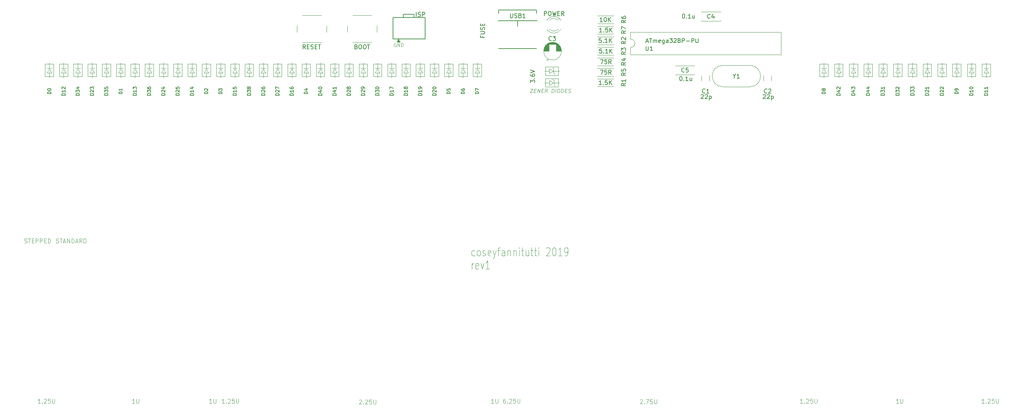
<source format=gbr>
G04 #@! TF.GenerationSoftware,KiCad,Pcbnew,(5.1.4)-1*
G04 #@! TF.CreationDate,2019-11-03T00:56:46-04:00*
G04 #@! TF.ProjectId,romeo-pcb,726f6d65-6f2d-4706-9362-2e6b69636164,rev?*
G04 #@! TF.SameCoordinates,Original*
G04 #@! TF.FileFunction,Legend,Top*
G04 #@! TF.FilePolarity,Positive*
%FSLAX46Y46*%
G04 Gerber Fmt 4.6, Leading zero omitted, Abs format (unit mm)*
G04 Created by KiCad (PCBNEW (5.1.4)-1) date 2019-11-03 00:56:46*
%MOMM*%
%LPD*%
G04 APERTURE LIST*
%ADD10C,0.120000*%
%ADD11C,0.100000*%
%ADD12C,0.150000*%
%ADD13C,0.200000*%
%ADD14C,0.203200*%
G04 APERTURE END LIST*
D10*
X153795300Y-25445400D02*
X154081900Y-25720900D01*
X153808000Y-28214000D02*
X154094600Y-28489500D01*
X154081900Y-26800900D02*
X154368500Y-27076400D01*
X154094600Y-29569500D02*
X154381200Y-29845000D01*
D11*
X135304000Y-69973123D02*
X135161142Y-70068361D01*
X134875428Y-70068361D01*
X134732571Y-69973123D01*
X134661142Y-69877885D01*
X134589714Y-69687409D01*
X134589714Y-69115980D01*
X134661142Y-68925504D01*
X134732571Y-68830266D01*
X134875428Y-68735028D01*
X135161142Y-68735028D01*
X135304000Y-68830266D01*
X136161142Y-70068361D02*
X136018285Y-69973123D01*
X135946857Y-69877885D01*
X135875428Y-69687409D01*
X135875428Y-69115980D01*
X135946857Y-68925504D01*
X136018285Y-68830266D01*
X136161142Y-68735028D01*
X136375428Y-68735028D01*
X136518285Y-68830266D01*
X136589714Y-68925504D01*
X136661142Y-69115980D01*
X136661142Y-69687409D01*
X136589714Y-69877885D01*
X136518285Y-69973123D01*
X136375428Y-70068361D01*
X136161142Y-70068361D01*
X137232571Y-69973123D02*
X137375428Y-70068361D01*
X137661142Y-70068361D01*
X137804000Y-69973123D01*
X137875428Y-69782647D01*
X137875428Y-69687409D01*
X137804000Y-69496933D01*
X137661142Y-69401695D01*
X137446857Y-69401695D01*
X137304000Y-69306457D01*
X137232571Y-69115980D01*
X137232571Y-69020742D01*
X137304000Y-68830266D01*
X137446857Y-68735028D01*
X137661142Y-68735028D01*
X137804000Y-68830266D01*
X139089714Y-69973123D02*
X138946857Y-70068361D01*
X138661142Y-70068361D01*
X138518285Y-69973123D01*
X138446857Y-69782647D01*
X138446857Y-69020742D01*
X138518285Y-68830266D01*
X138661142Y-68735028D01*
X138946857Y-68735028D01*
X139089714Y-68830266D01*
X139161142Y-69020742D01*
X139161142Y-69211219D01*
X138446857Y-69401695D01*
X139661142Y-68735028D02*
X140018285Y-70068361D01*
X140375428Y-68735028D02*
X140018285Y-70068361D01*
X139875428Y-70544552D01*
X139804000Y-70639790D01*
X139661142Y-70735028D01*
X140732571Y-68735028D02*
X141304000Y-68735028D01*
X140946857Y-70068361D02*
X140946857Y-68354076D01*
X141018285Y-68163600D01*
X141161142Y-68068361D01*
X141304000Y-68068361D01*
X142446857Y-70068361D02*
X142446857Y-69020742D01*
X142375428Y-68830266D01*
X142232571Y-68735028D01*
X141946857Y-68735028D01*
X141804000Y-68830266D01*
X142446857Y-69973123D02*
X142304000Y-70068361D01*
X141946857Y-70068361D01*
X141804000Y-69973123D01*
X141732571Y-69782647D01*
X141732571Y-69592171D01*
X141804000Y-69401695D01*
X141946857Y-69306457D01*
X142304000Y-69306457D01*
X142446857Y-69211219D01*
X143161142Y-68735028D02*
X143161142Y-70068361D01*
X143161142Y-68925504D02*
X143232571Y-68830266D01*
X143375428Y-68735028D01*
X143589714Y-68735028D01*
X143732571Y-68830266D01*
X143804000Y-69020742D01*
X143804000Y-70068361D01*
X144518285Y-68735028D02*
X144518285Y-70068361D01*
X144518285Y-68925504D02*
X144589714Y-68830266D01*
X144732571Y-68735028D01*
X144946857Y-68735028D01*
X145089714Y-68830266D01*
X145161142Y-69020742D01*
X145161142Y-70068361D01*
X145875428Y-70068361D02*
X145875428Y-68735028D01*
X145875428Y-68068361D02*
X145804000Y-68163600D01*
X145875428Y-68258838D01*
X145946857Y-68163600D01*
X145875428Y-68068361D01*
X145875428Y-68258838D01*
X146375428Y-68735028D02*
X146946857Y-68735028D01*
X146589714Y-68068361D02*
X146589714Y-69782647D01*
X146661142Y-69973123D01*
X146804000Y-70068361D01*
X146946857Y-70068361D01*
X148089714Y-68735028D02*
X148089714Y-70068361D01*
X147446857Y-68735028D02*
X147446857Y-69782647D01*
X147518285Y-69973123D01*
X147661142Y-70068361D01*
X147875428Y-70068361D01*
X148018285Y-69973123D01*
X148089714Y-69877885D01*
X148589714Y-68735028D02*
X149161142Y-68735028D01*
X148804000Y-68068361D02*
X148804000Y-69782647D01*
X148875428Y-69973123D01*
X149018285Y-70068361D01*
X149161142Y-70068361D01*
X149446857Y-68735028D02*
X150018285Y-68735028D01*
X149661142Y-68068361D02*
X149661142Y-69782647D01*
X149732571Y-69973123D01*
X149875428Y-70068361D01*
X150018285Y-70068361D01*
X150518285Y-70068361D02*
X150518285Y-68735028D01*
X150518285Y-68068361D02*
X150446857Y-68163600D01*
X150518285Y-68258838D01*
X150589714Y-68163600D01*
X150518285Y-68068361D01*
X150518285Y-68258838D01*
X152304000Y-68258838D02*
X152375428Y-68163600D01*
X152518285Y-68068361D01*
X152875428Y-68068361D01*
X153018285Y-68163600D01*
X153089714Y-68258838D01*
X153161142Y-68449314D01*
X153161142Y-68639790D01*
X153089714Y-68925504D01*
X152232571Y-70068361D01*
X153161142Y-70068361D01*
X154089714Y-68068361D02*
X154232571Y-68068361D01*
X154375428Y-68163600D01*
X154446857Y-68258838D01*
X154518285Y-68449314D01*
X154589714Y-68830266D01*
X154589714Y-69306457D01*
X154518285Y-69687409D01*
X154446857Y-69877885D01*
X154375428Y-69973123D01*
X154232571Y-70068361D01*
X154089714Y-70068361D01*
X153946857Y-69973123D01*
X153875428Y-69877885D01*
X153804000Y-69687409D01*
X153732571Y-69306457D01*
X153732571Y-68830266D01*
X153804000Y-68449314D01*
X153875428Y-68258838D01*
X153946857Y-68163600D01*
X154089714Y-68068361D01*
X156018285Y-70068361D02*
X155161142Y-70068361D01*
X155589714Y-70068361D02*
X155589714Y-68068361D01*
X155446857Y-68354076D01*
X155304000Y-68544552D01*
X155161142Y-68639790D01*
X156732571Y-70068361D02*
X157018285Y-70068361D01*
X157161142Y-69973123D01*
X157232571Y-69877885D01*
X157375428Y-69592171D01*
X157446857Y-69211219D01*
X157446857Y-68449314D01*
X157375428Y-68258838D01*
X157304000Y-68163600D01*
X157161142Y-68068361D01*
X156875428Y-68068361D01*
X156732571Y-68163600D01*
X156661142Y-68258838D01*
X156589714Y-68449314D01*
X156589714Y-68925504D01*
X156661142Y-69115980D01*
X156732571Y-69211219D01*
X156875428Y-69306457D01*
X157161142Y-69306457D01*
X157304000Y-69211219D01*
X157375428Y-69115980D01*
X157446857Y-68925504D01*
X134661142Y-73168361D02*
X134661142Y-71835028D01*
X134661142Y-72215980D02*
X134732571Y-72025504D01*
X134804000Y-71930266D01*
X134946857Y-71835028D01*
X135089714Y-71835028D01*
X136161142Y-73073123D02*
X136018285Y-73168361D01*
X135732571Y-73168361D01*
X135589714Y-73073123D01*
X135518285Y-72882647D01*
X135518285Y-72120742D01*
X135589714Y-71930266D01*
X135732571Y-71835028D01*
X136018285Y-71835028D01*
X136161142Y-71930266D01*
X136232571Y-72120742D01*
X136232571Y-72311219D01*
X135518285Y-72501695D01*
X136732571Y-71835028D02*
X137089714Y-73168361D01*
X137446857Y-71835028D01*
X138804000Y-73168361D02*
X137946857Y-73168361D01*
X138375428Y-73168361D02*
X138375428Y-71168361D01*
X138232571Y-71454076D01*
X138089714Y-71644552D01*
X137946857Y-71739790D01*
D12*
X176003723Y-19242066D02*
X176479914Y-19242066D01*
X175908485Y-19527780D02*
X176241819Y-18527780D01*
X176575152Y-19527780D01*
X176765628Y-18527780D02*
X177337057Y-18527780D01*
X177051342Y-19527780D02*
X177051342Y-18527780D01*
X177670390Y-19527780D02*
X177670390Y-18861114D01*
X177670390Y-18956352D02*
X177718009Y-18908733D01*
X177813247Y-18861114D01*
X177956104Y-18861114D01*
X178051342Y-18908733D01*
X178098961Y-19003971D01*
X178098961Y-19527780D01*
X178098961Y-19003971D02*
X178146580Y-18908733D01*
X178241819Y-18861114D01*
X178384676Y-18861114D01*
X178479914Y-18908733D01*
X178527533Y-19003971D01*
X178527533Y-19527780D01*
X179384676Y-19480161D02*
X179289438Y-19527780D01*
X179098961Y-19527780D01*
X179003723Y-19480161D01*
X178956104Y-19384923D01*
X178956104Y-19003971D01*
X179003723Y-18908733D01*
X179098961Y-18861114D01*
X179289438Y-18861114D01*
X179384676Y-18908733D01*
X179432295Y-19003971D01*
X179432295Y-19099209D01*
X178956104Y-19194447D01*
X180289438Y-18861114D02*
X180289438Y-19670638D01*
X180241819Y-19765876D01*
X180194200Y-19813495D01*
X180098961Y-19861114D01*
X179956104Y-19861114D01*
X179860866Y-19813495D01*
X180289438Y-19480161D02*
X180194200Y-19527780D01*
X180003723Y-19527780D01*
X179908485Y-19480161D01*
X179860866Y-19432542D01*
X179813247Y-19337304D01*
X179813247Y-19051590D01*
X179860866Y-18956352D01*
X179908485Y-18908733D01*
X180003723Y-18861114D01*
X180194200Y-18861114D01*
X180289438Y-18908733D01*
X181194200Y-19527780D02*
X181194200Y-19003971D01*
X181146580Y-18908733D01*
X181051342Y-18861114D01*
X180860866Y-18861114D01*
X180765628Y-18908733D01*
X181194200Y-19480161D02*
X181098961Y-19527780D01*
X180860866Y-19527780D01*
X180765628Y-19480161D01*
X180718009Y-19384923D01*
X180718009Y-19289685D01*
X180765628Y-19194447D01*
X180860866Y-19146828D01*
X181098961Y-19146828D01*
X181194200Y-19099209D01*
X181575152Y-18527780D02*
X182194200Y-18527780D01*
X181860866Y-18908733D01*
X182003723Y-18908733D01*
X182098961Y-18956352D01*
X182146580Y-19003971D01*
X182194200Y-19099209D01*
X182194200Y-19337304D01*
X182146580Y-19432542D01*
X182098961Y-19480161D01*
X182003723Y-19527780D01*
X181718009Y-19527780D01*
X181622771Y-19480161D01*
X181575152Y-19432542D01*
X182575152Y-18623019D02*
X182622771Y-18575400D01*
X182718009Y-18527780D01*
X182956104Y-18527780D01*
X183051342Y-18575400D01*
X183098961Y-18623019D01*
X183146580Y-18718257D01*
X183146580Y-18813495D01*
X183098961Y-18956352D01*
X182527533Y-19527780D01*
X183146580Y-19527780D01*
X183718009Y-18956352D02*
X183622771Y-18908733D01*
X183575152Y-18861114D01*
X183527533Y-18765876D01*
X183527533Y-18718257D01*
X183575152Y-18623019D01*
X183622771Y-18575400D01*
X183718009Y-18527780D01*
X183908485Y-18527780D01*
X184003723Y-18575400D01*
X184051342Y-18623019D01*
X184098961Y-18718257D01*
X184098961Y-18765876D01*
X184051342Y-18861114D01*
X184003723Y-18908733D01*
X183908485Y-18956352D01*
X183718009Y-18956352D01*
X183622771Y-19003971D01*
X183575152Y-19051590D01*
X183527533Y-19146828D01*
X183527533Y-19337304D01*
X183575152Y-19432542D01*
X183622771Y-19480161D01*
X183718009Y-19527780D01*
X183908485Y-19527780D01*
X184003723Y-19480161D01*
X184051342Y-19432542D01*
X184098961Y-19337304D01*
X184098961Y-19146828D01*
X184051342Y-19051590D01*
X184003723Y-19003971D01*
X183908485Y-18956352D01*
X184527533Y-19527780D02*
X184527533Y-18527780D01*
X184908485Y-18527780D01*
X185003723Y-18575400D01*
X185051342Y-18623019D01*
X185098961Y-18718257D01*
X185098961Y-18861114D01*
X185051342Y-18956352D01*
X185003723Y-19003971D01*
X184908485Y-19051590D01*
X184527533Y-19051590D01*
X185527533Y-19146828D02*
X186289438Y-19146828D01*
X186765628Y-19527780D02*
X186765628Y-18527780D01*
X187146580Y-18527780D01*
X187241819Y-18575400D01*
X187289438Y-18623019D01*
X187337057Y-18718257D01*
X187337057Y-18861114D01*
X187289438Y-18956352D01*
X187241819Y-19003971D01*
X187146580Y-19051590D01*
X186765628Y-19051590D01*
X187765628Y-18527780D02*
X187765628Y-19337304D01*
X187813247Y-19432542D01*
X187860866Y-19480161D01*
X187956104Y-19527780D01*
X188146580Y-19527780D01*
X188241819Y-19480161D01*
X188289438Y-19432542D01*
X188337057Y-19337304D01*
X188337057Y-18527780D01*
D11*
X116636876Y-19691400D02*
X116560685Y-19653304D01*
X116446400Y-19653304D01*
X116332114Y-19691400D01*
X116255923Y-19767590D01*
X116217828Y-19843780D01*
X116179733Y-19996161D01*
X116179733Y-20110447D01*
X116217828Y-20262828D01*
X116255923Y-20339019D01*
X116332114Y-20415209D01*
X116446400Y-20453304D01*
X116522590Y-20453304D01*
X116636876Y-20415209D01*
X116674971Y-20377114D01*
X116674971Y-20110447D01*
X116522590Y-20110447D01*
X117017828Y-20453304D02*
X117017828Y-19653304D01*
X117474971Y-20453304D01*
X117474971Y-19653304D01*
X117855923Y-20453304D02*
X117855923Y-19653304D01*
X118046400Y-19653304D01*
X118160685Y-19691400D01*
X118236876Y-19767590D01*
X118274971Y-19843780D01*
X118313066Y-19996161D01*
X118313066Y-20110447D01*
X118274971Y-20262828D01*
X118236876Y-20339019D01*
X118160685Y-20415209D01*
X118046400Y-20453304D01*
X117855923Y-20453304D01*
G36*
X117652800Y-19405600D02*
G01*
X116890800Y-19405600D01*
X117246400Y-18669000D01*
X117652800Y-19405600D01*
G37*
X117652800Y-19405600D02*
X116890800Y-19405600D01*
X117246400Y-18669000D01*
X117652800Y-19405600D01*
D12*
X121477209Y-13330180D02*
X121477209Y-12330180D01*
X121905780Y-13282561D02*
X122048638Y-13330180D01*
X122286733Y-13330180D01*
X122381971Y-13282561D01*
X122429590Y-13234942D01*
X122477209Y-13139704D01*
X122477209Y-13044466D01*
X122429590Y-12949228D01*
X122381971Y-12901609D01*
X122286733Y-12853990D01*
X122096257Y-12806371D01*
X122001019Y-12758752D01*
X121953400Y-12711133D01*
X121905780Y-12615895D01*
X121905780Y-12520657D01*
X121953400Y-12425419D01*
X122001019Y-12377800D01*
X122096257Y-12330180D01*
X122334352Y-12330180D01*
X122477209Y-12377800D01*
X122905780Y-13330180D02*
X122905780Y-12330180D01*
X123286733Y-12330180D01*
X123381971Y-12377800D01*
X123429590Y-12425419D01*
X123477209Y-12520657D01*
X123477209Y-12663514D01*
X123429590Y-12758752D01*
X123381971Y-12806371D01*
X123286733Y-12853990D01*
X122905780Y-12853990D01*
D11*
X148565157Y-30469742D02*
X149165157Y-30469742D01*
X148452657Y-31369742D01*
X149052657Y-31369742D01*
X149454442Y-30898314D02*
X149754442Y-30898314D01*
X149824085Y-31369742D02*
X149395514Y-31369742D01*
X149508014Y-30469742D01*
X149936585Y-30469742D01*
X150209800Y-31369742D02*
X150322300Y-30469742D01*
X150724085Y-31369742D01*
X150836585Y-30469742D01*
X151211585Y-30898314D02*
X151511585Y-30898314D01*
X151581228Y-31369742D02*
X151152657Y-31369742D01*
X151265157Y-30469742D01*
X151693728Y-30469742D01*
X152481228Y-31369742D02*
X152234800Y-30941171D01*
X151966942Y-31369742D02*
X152079442Y-30469742D01*
X152422300Y-30469742D01*
X152502657Y-30512600D01*
X152540157Y-30555457D01*
X152572300Y-30641171D01*
X152556228Y-30769742D01*
X152502657Y-30855457D01*
X152454442Y-30898314D01*
X152363371Y-30941171D01*
X152020514Y-30941171D01*
X153552657Y-31369742D02*
X153665157Y-30469742D01*
X153879442Y-30469742D01*
X154002657Y-30512600D01*
X154077657Y-30598314D01*
X154109800Y-30684028D01*
X154131228Y-30855457D01*
X154115157Y-30984028D01*
X154050871Y-31155457D01*
X153997300Y-31241171D01*
X153900871Y-31326885D01*
X153766942Y-31369742D01*
X153552657Y-31369742D01*
X154452657Y-31369742D02*
X154565157Y-30469742D01*
X155165157Y-30469742D02*
X155336585Y-30469742D01*
X155416942Y-30512600D01*
X155491942Y-30598314D01*
X155513371Y-30769742D01*
X155475871Y-31069742D01*
X155411585Y-31241171D01*
X155315157Y-31326885D01*
X155224085Y-31369742D01*
X155052657Y-31369742D01*
X154972300Y-31326885D01*
X154897300Y-31241171D01*
X154875871Y-31069742D01*
X154913371Y-30769742D01*
X154977657Y-30598314D01*
X155074085Y-30512600D01*
X155165157Y-30469742D01*
X155824085Y-31369742D02*
X155936585Y-30469742D01*
X156150871Y-30469742D01*
X156274085Y-30512600D01*
X156349085Y-30598314D01*
X156381228Y-30684028D01*
X156402657Y-30855457D01*
X156386585Y-30984028D01*
X156322300Y-31155457D01*
X156268728Y-31241171D01*
X156172300Y-31326885D01*
X156038371Y-31369742D01*
X155824085Y-31369742D01*
X156783014Y-30898314D02*
X157083014Y-30898314D01*
X157152657Y-31369742D02*
X156724085Y-31369742D01*
X156836585Y-30469742D01*
X157265157Y-30469742D01*
X157500871Y-31326885D02*
X157624085Y-31369742D01*
X157838371Y-31369742D01*
X157929442Y-31326885D01*
X157977657Y-31284028D01*
X158031228Y-31198314D01*
X158041942Y-31112600D01*
X158009800Y-31026885D01*
X157972300Y-30984028D01*
X157891942Y-30941171D01*
X157725871Y-30898314D01*
X157645514Y-30855457D01*
X157608014Y-30812600D01*
X157575871Y-30726885D01*
X157586585Y-30641171D01*
X157640157Y-30555457D01*
X157688371Y-30512600D01*
X157779442Y-30469742D01*
X157993728Y-30469742D01*
X158116942Y-30512600D01*
X36050980Y-66927361D02*
X36193838Y-66974980D01*
X36431933Y-66974980D01*
X36527171Y-66927361D01*
X36574790Y-66879742D01*
X36622409Y-66784504D01*
X36622409Y-66689266D01*
X36574790Y-66594028D01*
X36527171Y-66546409D01*
X36431933Y-66498790D01*
X36241457Y-66451171D01*
X36146219Y-66403552D01*
X36098600Y-66355933D01*
X36050980Y-66260695D01*
X36050980Y-66165457D01*
X36098600Y-66070219D01*
X36146219Y-66022600D01*
X36241457Y-65974980D01*
X36479552Y-65974980D01*
X36622409Y-66022600D01*
X36908123Y-65974980D02*
X37479552Y-65974980D01*
X37193838Y-66974980D02*
X37193838Y-65974980D01*
X37765266Y-66689266D02*
X38241457Y-66689266D01*
X37670028Y-66974980D02*
X38003361Y-65974980D01*
X38336695Y-66974980D01*
X38670028Y-66974980D02*
X38670028Y-65974980D01*
X39241457Y-66974980D01*
X39241457Y-65974980D01*
X39717647Y-66974980D02*
X39717647Y-65974980D01*
X39955742Y-65974980D01*
X40098600Y-66022600D01*
X40193838Y-66117838D01*
X40241457Y-66213076D01*
X40289076Y-66403552D01*
X40289076Y-66546409D01*
X40241457Y-66736885D01*
X40193838Y-66832123D01*
X40098600Y-66927361D01*
X39955742Y-66974980D01*
X39717647Y-66974980D01*
X40670028Y-66689266D02*
X41146219Y-66689266D01*
X40574790Y-66974980D02*
X40908123Y-65974980D01*
X41241457Y-66974980D01*
X42146219Y-66974980D02*
X41812885Y-66498790D01*
X41574790Y-66974980D02*
X41574790Y-65974980D01*
X41955742Y-65974980D01*
X42050980Y-66022600D01*
X42098600Y-66070219D01*
X42146219Y-66165457D01*
X42146219Y-66308314D01*
X42098600Y-66403552D01*
X42050980Y-66451171D01*
X41955742Y-66498790D01*
X41574790Y-66498790D01*
X42574790Y-66974980D02*
X42574790Y-65974980D01*
X42812885Y-65974980D01*
X42955742Y-66022600D01*
X43050980Y-66117838D01*
X43098600Y-66213076D01*
X43146219Y-66403552D01*
X43146219Y-66546409D01*
X43098600Y-66736885D01*
X43050980Y-66832123D01*
X42955742Y-66927361D01*
X42812885Y-66974980D01*
X42574790Y-66974980D01*
X28551571Y-66927361D02*
X28694428Y-66974980D01*
X28932523Y-66974980D01*
X29027761Y-66927361D01*
X29075380Y-66879742D01*
X29123000Y-66784504D01*
X29123000Y-66689266D01*
X29075380Y-66594028D01*
X29027761Y-66546409D01*
X28932523Y-66498790D01*
X28742047Y-66451171D01*
X28646809Y-66403552D01*
X28599190Y-66355933D01*
X28551571Y-66260695D01*
X28551571Y-66165457D01*
X28599190Y-66070219D01*
X28646809Y-66022600D01*
X28742047Y-65974980D01*
X28980142Y-65974980D01*
X29123000Y-66022600D01*
X29408714Y-65974980D02*
X29980142Y-65974980D01*
X29694428Y-66974980D02*
X29694428Y-65974980D01*
X30313476Y-66451171D02*
X30646809Y-66451171D01*
X30789666Y-66974980D02*
X30313476Y-66974980D01*
X30313476Y-65974980D01*
X30789666Y-65974980D01*
X31218238Y-66974980D02*
X31218238Y-65974980D01*
X31599190Y-65974980D01*
X31694428Y-66022600D01*
X31742047Y-66070219D01*
X31789666Y-66165457D01*
X31789666Y-66308314D01*
X31742047Y-66403552D01*
X31694428Y-66451171D01*
X31599190Y-66498790D01*
X31218238Y-66498790D01*
X32218238Y-66974980D02*
X32218238Y-65974980D01*
X32599190Y-65974980D01*
X32694428Y-66022600D01*
X32742047Y-66070219D01*
X32789666Y-66165457D01*
X32789666Y-66308314D01*
X32742047Y-66403552D01*
X32694428Y-66451171D01*
X32599190Y-66498790D01*
X32218238Y-66498790D01*
X33218238Y-66451171D02*
X33551571Y-66451171D01*
X33694428Y-66974980D02*
X33218238Y-66974980D01*
X33218238Y-65974980D01*
X33694428Y-65974980D01*
X34123000Y-66974980D02*
X34123000Y-65974980D01*
X34361095Y-65974980D01*
X34503952Y-66022600D01*
X34599190Y-66117838D01*
X34646809Y-66213076D01*
X34694428Y-66403552D01*
X34694428Y-66546409D01*
X34646809Y-66736885D01*
X34599190Y-66832123D01*
X34503952Y-66927361D01*
X34361095Y-66974980D01*
X34123000Y-66974980D01*
X256165528Y-104965974D02*
X255594100Y-104965974D01*
X255879814Y-104965974D02*
X255879814Y-103965974D01*
X255784576Y-104108832D01*
X255689338Y-104204070D01*
X255594100Y-104251689D01*
X256594100Y-104870736D02*
X256641719Y-104918355D01*
X256594100Y-104965974D01*
X256546480Y-104918355D01*
X256594100Y-104870736D01*
X256594100Y-104965974D01*
X257022671Y-104061213D02*
X257070290Y-104013594D01*
X257165528Y-103965974D01*
X257403623Y-103965974D01*
X257498861Y-104013594D01*
X257546480Y-104061213D01*
X257594100Y-104156451D01*
X257594100Y-104251689D01*
X257546480Y-104394546D01*
X256975052Y-104965974D01*
X257594100Y-104965974D01*
X258498861Y-103965974D02*
X258022671Y-103965974D01*
X257975052Y-104442165D01*
X258022671Y-104394546D01*
X258117909Y-104346927D01*
X258356004Y-104346927D01*
X258451242Y-104394546D01*
X258498861Y-104442165D01*
X258546480Y-104537403D01*
X258546480Y-104775498D01*
X258498861Y-104870736D01*
X258451242Y-104918355D01*
X258356004Y-104965974D01*
X258117909Y-104965974D01*
X258022671Y-104918355D01*
X257975052Y-104870736D01*
X258975052Y-103965974D02*
X258975052Y-104775498D01*
X259022671Y-104870736D01*
X259070290Y-104918355D01*
X259165528Y-104965974D01*
X259356004Y-104965974D01*
X259451242Y-104918355D01*
X259498861Y-104870736D01*
X259546480Y-104775498D01*
X259546480Y-103965974D01*
X213112528Y-104965974D02*
X212541100Y-104965974D01*
X212826814Y-104965974D02*
X212826814Y-103965974D01*
X212731576Y-104108832D01*
X212636338Y-104204070D01*
X212541100Y-104251689D01*
X213541100Y-104870736D02*
X213588719Y-104918355D01*
X213541100Y-104965974D01*
X213493480Y-104918355D01*
X213541100Y-104870736D01*
X213541100Y-104965974D01*
X213969671Y-104061213D02*
X214017290Y-104013594D01*
X214112528Y-103965974D01*
X214350623Y-103965974D01*
X214445861Y-104013594D01*
X214493480Y-104061213D01*
X214541100Y-104156451D01*
X214541100Y-104251689D01*
X214493480Y-104394546D01*
X213922052Y-104965974D01*
X214541100Y-104965974D01*
X215445861Y-103965974D02*
X214969671Y-103965974D01*
X214922052Y-104442165D01*
X214969671Y-104394546D01*
X215064909Y-104346927D01*
X215303004Y-104346927D01*
X215398242Y-104394546D01*
X215445861Y-104442165D01*
X215493480Y-104537403D01*
X215493480Y-104775498D01*
X215445861Y-104870736D01*
X215398242Y-104918355D01*
X215303004Y-104965974D01*
X215064909Y-104965974D01*
X214969671Y-104918355D01*
X214922052Y-104870736D01*
X215922052Y-103965974D02*
X215922052Y-104775498D01*
X215969671Y-104870736D01*
X216017290Y-104918355D01*
X216112528Y-104965974D01*
X216303004Y-104965974D01*
X216398242Y-104918355D01*
X216445861Y-104870736D01*
X216493480Y-104775498D01*
X216493480Y-103965974D01*
X235854904Y-104965974D02*
X235283476Y-104965974D01*
X235569190Y-104965974D02*
X235569190Y-103965974D01*
X235473952Y-104108832D01*
X235378714Y-104204070D01*
X235283476Y-104251689D01*
X236283476Y-103965974D02*
X236283476Y-104775498D01*
X236331095Y-104870736D01*
X236378714Y-104918355D01*
X236473952Y-104965974D01*
X236664428Y-104965974D01*
X236759666Y-104918355D01*
X236807285Y-104870736D01*
X236854904Y-104775498D01*
X236854904Y-103965974D01*
X54664004Y-104965974D02*
X54092576Y-104965974D01*
X54378290Y-104965974D02*
X54378290Y-103965974D01*
X54283052Y-104108832D01*
X54187814Y-104204070D01*
X54092576Y-104251689D01*
X55092576Y-103965974D02*
X55092576Y-104775498D01*
X55140195Y-104870736D01*
X55187814Y-104918355D01*
X55283052Y-104965974D01*
X55473528Y-104965974D01*
X55568766Y-104918355D01*
X55616385Y-104870736D01*
X55664004Y-104775498D01*
X55664004Y-103965974D01*
X32302628Y-104965974D02*
X31731200Y-104965974D01*
X32016914Y-104965974D02*
X32016914Y-103965974D01*
X31921676Y-104108832D01*
X31826438Y-104204070D01*
X31731200Y-104251689D01*
X32731200Y-104870736D02*
X32778819Y-104918355D01*
X32731200Y-104965974D01*
X32683580Y-104918355D01*
X32731200Y-104870736D01*
X32731200Y-104965974D01*
X33159771Y-104061213D02*
X33207390Y-104013594D01*
X33302628Y-103965974D01*
X33540723Y-103965974D01*
X33635961Y-104013594D01*
X33683580Y-104061213D01*
X33731200Y-104156451D01*
X33731200Y-104251689D01*
X33683580Y-104394546D01*
X33112152Y-104965974D01*
X33731200Y-104965974D01*
X34635961Y-103965974D02*
X34159771Y-103965974D01*
X34112152Y-104442165D01*
X34159771Y-104394546D01*
X34255009Y-104346927D01*
X34493104Y-104346927D01*
X34588342Y-104394546D01*
X34635961Y-104442165D01*
X34683580Y-104537403D01*
X34683580Y-104775498D01*
X34635961Y-104870736D01*
X34588342Y-104918355D01*
X34493104Y-104965974D01*
X34255009Y-104965974D01*
X34159771Y-104918355D01*
X34112152Y-104870736D01*
X35112152Y-103965974D02*
X35112152Y-104775498D01*
X35159771Y-104870736D01*
X35207390Y-104918355D01*
X35302628Y-104965974D01*
X35493104Y-104965974D01*
X35588342Y-104918355D01*
X35635961Y-104870736D01*
X35683580Y-104775498D01*
X35683580Y-103965974D01*
X174555400Y-104195619D02*
X174603019Y-104148000D01*
X174698257Y-104100380D01*
X174936352Y-104100380D01*
X175031590Y-104148000D01*
X175079209Y-104195619D01*
X175126828Y-104290857D01*
X175126828Y-104386095D01*
X175079209Y-104528952D01*
X174507780Y-105100380D01*
X175126828Y-105100380D01*
X175555400Y-105005142D02*
X175603019Y-105052761D01*
X175555400Y-105100380D01*
X175507780Y-105052761D01*
X175555400Y-105005142D01*
X175555400Y-105100380D01*
X175936352Y-104100380D02*
X176603019Y-104100380D01*
X176174447Y-105100380D01*
X177460161Y-104100380D02*
X176983971Y-104100380D01*
X176936352Y-104576571D01*
X176983971Y-104528952D01*
X177079209Y-104481333D01*
X177317304Y-104481333D01*
X177412542Y-104528952D01*
X177460161Y-104576571D01*
X177507780Y-104671809D01*
X177507780Y-104909904D01*
X177460161Y-105005142D01*
X177412542Y-105052761D01*
X177317304Y-105100380D01*
X177079209Y-105100380D01*
X176983971Y-105052761D01*
X176936352Y-105005142D01*
X177936352Y-104100380D02*
X177936352Y-104909904D01*
X177983971Y-105005142D01*
X178031590Y-105052761D01*
X178126828Y-105100380D01*
X178317304Y-105100380D01*
X178412542Y-105052761D01*
X178460161Y-105005142D01*
X178507780Y-104909904D01*
X178507780Y-104100380D01*
X107918500Y-104246419D02*
X107966119Y-104198800D01*
X108061357Y-104151180D01*
X108299452Y-104151180D01*
X108394690Y-104198800D01*
X108442309Y-104246419D01*
X108489928Y-104341657D01*
X108489928Y-104436895D01*
X108442309Y-104579752D01*
X107870880Y-105151180D01*
X108489928Y-105151180D01*
X108918500Y-105055942D02*
X108966119Y-105103561D01*
X108918500Y-105151180D01*
X108870880Y-105103561D01*
X108918500Y-105055942D01*
X108918500Y-105151180D01*
X109347071Y-104246419D02*
X109394690Y-104198800D01*
X109489928Y-104151180D01*
X109728023Y-104151180D01*
X109823261Y-104198800D01*
X109870880Y-104246419D01*
X109918500Y-104341657D01*
X109918500Y-104436895D01*
X109870880Y-104579752D01*
X109299452Y-105151180D01*
X109918500Y-105151180D01*
X110823261Y-104151180D02*
X110347071Y-104151180D01*
X110299452Y-104627371D01*
X110347071Y-104579752D01*
X110442309Y-104532133D01*
X110680404Y-104532133D01*
X110775642Y-104579752D01*
X110823261Y-104627371D01*
X110870880Y-104722609D01*
X110870880Y-104960704D01*
X110823261Y-105055942D01*
X110775642Y-105103561D01*
X110680404Y-105151180D01*
X110442309Y-105151180D01*
X110347071Y-105103561D01*
X110299452Y-105055942D01*
X111299452Y-104151180D02*
X111299452Y-104960704D01*
X111347071Y-105055942D01*
X111394690Y-105103561D01*
X111489928Y-105151180D01*
X111680404Y-105151180D01*
X111775642Y-105103561D01*
X111823261Y-105055942D01*
X111870880Y-104960704D01*
X111870880Y-104151180D01*
X139830204Y-104965974D02*
X139258776Y-104965974D01*
X139544490Y-104965974D02*
X139544490Y-103965974D01*
X139449252Y-104108832D01*
X139354014Y-104204070D01*
X139258776Y-104251689D01*
X140258776Y-103965974D02*
X140258776Y-104775498D01*
X140306395Y-104870736D01*
X140354014Y-104918355D01*
X140449252Y-104965974D01*
X140639728Y-104965974D01*
X140734966Y-104918355D01*
X140782585Y-104870736D01*
X140830204Y-104775498D01*
X140830204Y-103965974D01*
X75939828Y-104965974D02*
X75368400Y-104965974D01*
X75654114Y-104965974D02*
X75654114Y-103965974D01*
X75558876Y-104108832D01*
X75463638Y-104204070D01*
X75368400Y-104251689D01*
X76368400Y-104870736D02*
X76416019Y-104918355D01*
X76368400Y-104965974D01*
X76320780Y-104918355D01*
X76368400Y-104870736D01*
X76368400Y-104965974D01*
X76796971Y-104061213D02*
X76844590Y-104013594D01*
X76939828Y-103965974D01*
X77177923Y-103965974D01*
X77273161Y-104013594D01*
X77320780Y-104061213D01*
X77368400Y-104156451D01*
X77368400Y-104251689D01*
X77320780Y-104394546D01*
X76749352Y-104965974D01*
X77368400Y-104965974D01*
X78273161Y-103965974D02*
X77796971Y-103965974D01*
X77749352Y-104442165D01*
X77796971Y-104394546D01*
X77892209Y-104346927D01*
X78130304Y-104346927D01*
X78225542Y-104394546D01*
X78273161Y-104442165D01*
X78320780Y-104537403D01*
X78320780Y-104775498D01*
X78273161Y-104870736D01*
X78225542Y-104918355D01*
X78130304Y-104965974D01*
X77892209Y-104965974D01*
X77796971Y-104918355D01*
X77749352Y-104870736D01*
X78749352Y-103965974D02*
X78749352Y-104775498D01*
X78796971Y-104870736D01*
X78844590Y-104918355D01*
X78939828Y-104965974D01*
X79130304Y-104965974D01*
X79225542Y-104918355D01*
X79273161Y-104870736D01*
X79320780Y-104775498D01*
X79320780Y-103965974D01*
X72926604Y-104965974D02*
X72355176Y-104965974D01*
X72640890Y-104965974D02*
X72640890Y-103965974D01*
X72545652Y-104108832D01*
X72450414Y-104204070D01*
X72355176Y-104251689D01*
X73355176Y-103965974D02*
X73355176Y-104775498D01*
X73402795Y-104870736D01*
X73450414Y-104918355D01*
X73545652Y-104965974D01*
X73736128Y-104965974D01*
X73831366Y-104918355D01*
X73878985Y-104870736D01*
X73926604Y-104775498D01*
X73926604Y-103965974D01*
D10*
X187484400Y-27128100D02*
X187484400Y-27143100D01*
X187484400Y-25003100D02*
X187484400Y-25018100D01*
X182944400Y-27128100D02*
X182944400Y-27143100D01*
X182944400Y-25003100D02*
X182944400Y-25018100D01*
X182944400Y-27143100D02*
X187484400Y-27143100D01*
X182944400Y-25003100D02*
X187484400Y-25003100D01*
X227650700Y-24590400D02*
X227650700Y-27560400D01*
X229650700Y-24580400D02*
X229640700Y-27570400D01*
X227650700Y-27570400D02*
X229640700Y-27570400D01*
X228660700Y-27780400D02*
X228660700Y-26660400D01*
X228660700Y-24320400D02*
X228660700Y-25600400D01*
X227650700Y-24580400D02*
X229650700Y-24580400D01*
X228660700Y-25710400D02*
X229200700Y-26660400D01*
X228650700Y-25720400D02*
X228120700Y-26630400D01*
X228120700Y-26660400D02*
X229200700Y-26660400D01*
X228120700Y-25610400D02*
X229200700Y-25610400D01*
X189084850Y-12241900D02*
X189084850Y-12226900D01*
X189084850Y-14366900D02*
X189084850Y-14351900D01*
X193624850Y-12241900D02*
X193624850Y-12226900D01*
X193624850Y-14366900D02*
X193624850Y-14351900D01*
X193624850Y-12226900D02*
X189084850Y-12226900D01*
X193624850Y-14366900D02*
X189084850Y-14366900D01*
X155904300Y-21513100D02*
G75*
G03X155904300Y-21513100I-2120000J0D01*
G01*
X154624300Y-21513100D02*
X155864300Y-21513100D01*
X151704300Y-21513100D02*
X152944300Y-21513100D01*
X154624300Y-21473100D02*
X155864300Y-21473100D01*
X151704300Y-21473100D02*
X152944300Y-21473100D01*
X154624300Y-21433100D02*
X155863300Y-21433100D01*
X151705300Y-21433100D02*
X152944300Y-21433100D01*
X151707300Y-21393100D02*
X152944300Y-21393100D01*
X154624300Y-21393100D02*
X155861300Y-21393100D01*
X151710300Y-21353100D02*
X152944300Y-21353100D01*
X154624300Y-21353100D02*
X155858300Y-21353100D01*
X151713300Y-21313100D02*
X152944300Y-21313100D01*
X154624300Y-21313100D02*
X155855300Y-21313100D01*
X151717300Y-21273100D02*
X152944300Y-21273100D01*
X154624300Y-21273100D02*
X155851300Y-21273100D01*
X151722300Y-21233100D02*
X152944300Y-21233100D01*
X154624300Y-21233100D02*
X155846300Y-21233100D01*
X151728300Y-21193100D02*
X152944300Y-21193100D01*
X154624300Y-21193100D02*
X155840300Y-21193100D01*
X151734300Y-21153100D02*
X152944300Y-21153100D01*
X154624300Y-21153100D02*
X155834300Y-21153100D01*
X151742300Y-21113100D02*
X152944300Y-21113100D01*
X154624300Y-21113100D02*
X155826300Y-21113100D01*
X151750300Y-21073100D02*
X152944300Y-21073100D01*
X154624300Y-21073100D02*
X155818300Y-21073100D01*
X151759300Y-21033100D02*
X152944300Y-21033100D01*
X154624300Y-21033100D02*
X155809300Y-21033100D01*
X151768300Y-20993100D02*
X152944300Y-20993100D01*
X154624300Y-20993100D02*
X155800300Y-20993100D01*
X151779300Y-20953100D02*
X152944300Y-20953100D01*
X154624300Y-20953100D02*
X155789300Y-20953100D01*
X151790300Y-20913100D02*
X152944300Y-20913100D01*
X154624300Y-20913100D02*
X155778300Y-20913100D01*
X151802300Y-20873100D02*
X152944300Y-20873100D01*
X154624300Y-20873100D02*
X155766300Y-20873100D01*
X151816300Y-20833100D02*
X152944300Y-20833100D01*
X154624300Y-20833100D02*
X155752300Y-20833100D01*
X151830300Y-20792100D02*
X152944300Y-20792100D01*
X154624300Y-20792100D02*
X155738300Y-20792100D01*
X151844300Y-20752100D02*
X152944300Y-20752100D01*
X154624300Y-20752100D02*
X155724300Y-20752100D01*
X151860300Y-20712100D02*
X152944300Y-20712100D01*
X154624300Y-20712100D02*
X155708300Y-20712100D01*
X151877300Y-20672100D02*
X152944300Y-20672100D01*
X154624300Y-20672100D02*
X155691300Y-20672100D01*
X151895300Y-20632100D02*
X152944300Y-20632100D01*
X154624300Y-20632100D02*
X155673300Y-20632100D01*
X151914300Y-20592100D02*
X152944300Y-20592100D01*
X154624300Y-20592100D02*
X155654300Y-20592100D01*
X151933300Y-20552100D02*
X152944300Y-20552100D01*
X154624300Y-20552100D02*
X155635300Y-20552100D01*
X151954300Y-20512100D02*
X152944300Y-20512100D01*
X154624300Y-20512100D02*
X155614300Y-20512100D01*
X151976300Y-20472100D02*
X152944300Y-20472100D01*
X154624300Y-20472100D02*
X155592300Y-20472100D01*
X151999300Y-20432100D02*
X152944300Y-20432100D01*
X154624300Y-20432100D02*
X155569300Y-20432100D01*
X152024300Y-20392100D02*
X152944300Y-20392100D01*
X154624300Y-20392100D02*
X155544300Y-20392100D01*
X152049300Y-20352100D02*
X152944300Y-20352100D01*
X154624300Y-20352100D02*
X155519300Y-20352100D01*
X152076300Y-20312100D02*
X152944300Y-20312100D01*
X154624300Y-20312100D02*
X155492300Y-20312100D01*
X152104300Y-20272100D02*
X152944300Y-20272100D01*
X154624300Y-20272100D02*
X155464300Y-20272100D01*
X152134300Y-20232100D02*
X152944300Y-20232100D01*
X154624300Y-20232100D02*
X155434300Y-20232100D01*
X152165300Y-20192100D02*
X152944300Y-20192100D01*
X154624300Y-20192100D02*
X155403300Y-20192100D01*
X152197300Y-20152100D02*
X152944300Y-20152100D01*
X154624300Y-20152100D02*
X155371300Y-20152100D01*
X152232300Y-20112100D02*
X152944300Y-20112100D01*
X154624300Y-20112100D02*
X155336300Y-20112100D01*
X152268300Y-20072100D02*
X152944300Y-20072100D01*
X154624300Y-20072100D02*
X155300300Y-20072100D01*
X152306300Y-20032100D02*
X152944300Y-20032100D01*
X154624300Y-20032100D02*
X155262300Y-20032100D01*
X152346300Y-19992100D02*
X152944300Y-19992100D01*
X154624300Y-19992100D02*
X155222300Y-19992100D01*
X152388300Y-19952100D02*
X152944300Y-19952100D01*
X154624300Y-19952100D02*
X155180300Y-19952100D01*
X152433300Y-19912100D02*
X155135300Y-19912100D01*
X152480300Y-19872100D02*
X155088300Y-19872100D01*
X152530300Y-19832100D02*
X155038300Y-19832100D01*
X152584300Y-19792100D02*
X154984300Y-19792100D01*
X152642300Y-19752100D02*
X154926300Y-19752100D01*
X152704300Y-19712100D02*
X154864300Y-19712100D01*
X152771300Y-19672100D02*
X154797300Y-19672100D01*
X152844300Y-19632100D02*
X154724300Y-19632100D01*
X152925300Y-19592100D02*
X154643300Y-19592100D01*
X153016300Y-19552100D02*
X154552300Y-19552100D01*
X153120300Y-19512100D02*
X154448300Y-19512100D01*
X153247300Y-19472100D02*
X154321300Y-19472100D01*
X153414300Y-19432100D02*
X154154300Y-19432100D01*
X152589300Y-23782901D02*
X152589300Y-23382901D01*
X152389300Y-23582901D02*
X152789300Y-23582901D01*
X205681600Y-28576300D02*
X205681600Y-27318300D01*
X203841600Y-28576300D02*
X203841600Y-27318300D01*
X190975000Y-28576300D02*
X190975000Y-27318300D01*
X189135000Y-28576300D02*
X189135000Y-27318300D01*
X112146151Y-17020800D02*
X112146151Y-15520800D01*
X110896151Y-13020800D02*
X106396151Y-13020800D01*
X105146151Y-15520800D02*
X105146151Y-17020800D01*
X106396151Y-19520800D02*
X110896151Y-19520800D01*
X194197200Y-24919700D02*
X200597200Y-24919700D01*
X194197200Y-29969700D02*
X200597200Y-29969700D01*
X194197200Y-29969700D02*
G75*
G02X194197200Y-24919700I0J2525000D01*
G01*
X200597200Y-29969700D02*
G75*
G03X200597200Y-24919700I0J2525000D01*
G01*
D12*
X150129499Y-14300200D02*
X140879499Y-14300200D01*
X149979499Y-20960200D02*
X141029499Y-20960200D01*
X141024499Y-12550200D02*
X141029499Y-11790200D01*
X149979499Y-11790200D02*
X141029499Y-11790200D01*
X149979499Y-11790200D02*
X149984499Y-12550200D01*
X145504499Y-14300200D02*
X145504499Y-15570200D01*
D10*
X172284850Y-17028650D02*
X172284850Y-18678650D01*
X207964850Y-17028650D02*
X172284850Y-17028650D01*
X207964850Y-22328650D02*
X207964850Y-17028650D01*
X172284850Y-22328650D02*
X207964850Y-22328650D01*
X172284850Y-20678650D02*
X172284850Y-22328650D01*
X172284850Y-18678650D02*
G75*
G02X172284850Y-20678650I0J-1000000D01*
G01*
X100205402Y-17020800D02*
X100205402Y-15520800D01*
X98955402Y-13020800D02*
X94455402Y-13020800D01*
X93205402Y-15520800D02*
X93205402Y-17020800D01*
X94455402Y-19520800D02*
X98955402Y-19520800D01*
X164449500Y-17481600D02*
X168289500Y-17481600D01*
X164449500Y-15641600D02*
X168289500Y-15641600D01*
X168289500Y-13151600D02*
X164449500Y-13151600D01*
X168289500Y-14991600D02*
X164449500Y-14991600D01*
X168289500Y-25601600D02*
X164449500Y-25601600D01*
X168289500Y-27441600D02*
X164449500Y-27441600D01*
X164449500Y-24951600D02*
X168289500Y-24951600D01*
X164449500Y-23111600D02*
X168289500Y-23111600D01*
X164449500Y-22461600D02*
X168289500Y-22461600D01*
X164449500Y-20621600D02*
X168289500Y-20621600D01*
X168289500Y-18131600D02*
X164449500Y-18131600D01*
X168289500Y-19971600D02*
X164449500Y-19971600D01*
X168289500Y-28091600D02*
X164449500Y-28091600D01*
X168289500Y-29931600D02*
X164449500Y-29931600D01*
X152529100Y-16358100D02*
X152529100Y-16514100D01*
X152529100Y-14042100D02*
X152529100Y-14198100D01*
X155130230Y-16357937D02*
G75*
G02X153048139Y-16358100I-1041130J1079837D01*
G01*
X155130230Y-14198263D02*
G75*
G03X153048139Y-14198100I-1041130J-1079837D01*
G01*
X155761435Y-16356708D02*
G75*
G02X152529100Y-16513616I-1672335J1078608D01*
G01*
X155761435Y-14199492D02*
G75*
G03X152529100Y-14042584I-1672335J-1078608D01*
G01*
D13*
X120973500Y-13566300D02*
X120973500Y-12766300D01*
X120973500Y-12766300D02*
X118423500Y-12766300D01*
X118423500Y-12766300D02*
X118423500Y-13566300D01*
D14*
X115913500Y-13576300D02*
X123533500Y-13576300D01*
X123533500Y-18656300D02*
X115913500Y-18656300D01*
X115913500Y-18656300D02*
X115913500Y-13576300D01*
X123533500Y-13576300D02*
X123533500Y-18656300D01*
D10*
X155101900Y-25250900D02*
X152131900Y-25250900D01*
X155111900Y-27250900D02*
X152121900Y-27240900D01*
X152121900Y-25250900D02*
X152121900Y-27240900D01*
X151911900Y-26260900D02*
X153031900Y-26260900D01*
X155371900Y-26260900D02*
X154091900Y-26260900D01*
X155111900Y-25250900D02*
X155111900Y-27250900D01*
X153981900Y-26260900D02*
X153031900Y-26800900D01*
X153971900Y-26250900D02*
X153061900Y-25720900D01*
X153031900Y-25720900D02*
X153031900Y-26800900D01*
X154081900Y-25720900D02*
X154081900Y-26800900D01*
X155114600Y-28019500D02*
X152144600Y-28019500D01*
X155124600Y-30019500D02*
X152134600Y-30009500D01*
X152134600Y-28019500D02*
X152134600Y-30009500D01*
X151924600Y-29029500D02*
X153044600Y-29029500D01*
X155384600Y-29029500D02*
X154104600Y-29029500D01*
X155124600Y-28019500D02*
X155124600Y-30019500D01*
X153994600Y-29029500D02*
X153044600Y-29569500D01*
X153984600Y-29019500D02*
X153074600Y-28489500D01*
X153044600Y-28489500D02*
X153044600Y-29569500D01*
X154094600Y-28489500D02*
X154094600Y-29569500D01*
X224150700Y-24590400D02*
X224150700Y-27560400D01*
X226150700Y-24580400D02*
X226140700Y-27570400D01*
X224150700Y-27570400D02*
X226140700Y-27570400D01*
X225160700Y-27780400D02*
X225160700Y-26660400D01*
X225160700Y-24320400D02*
X225160700Y-25600400D01*
X224150700Y-24580400D02*
X226150700Y-24580400D01*
X225160700Y-25710400D02*
X225700700Y-26660400D01*
X225150700Y-25720400D02*
X224620700Y-26630400D01*
X224620700Y-26660400D02*
X225700700Y-26660400D01*
X224620700Y-25610400D02*
X225700700Y-25610400D01*
X220650700Y-24590400D02*
X220650700Y-27560400D01*
X222650700Y-24580400D02*
X222640700Y-27570400D01*
X220650700Y-27570400D02*
X222640700Y-27570400D01*
X221660700Y-27780400D02*
X221660700Y-26660400D01*
X221660700Y-24320400D02*
X221660700Y-25600400D01*
X220650700Y-24580400D02*
X222650700Y-24580400D01*
X221660700Y-25710400D02*
X222200700Y-26660400D01*
X221650700Y-25720400D02*
X221120700Y-26630400D01*
X221120700Y-26660400D02*
X222200700Y-26660400D01*
X221120700Y-25610400D02*
X222200700Y-25610400D01*
X101099960Y-24590400D02*
X101099960Y-27560400D01*
X103099960Y-24580400D02*
X103089960Y-27570400D01*
X101099960Y-27570400D02*
X103089960Y-27570400D01*
X102109960Y-27780400D02*
X102109960Y-26660400D01*
X102109960Y-24320400D02*
X102109960Y-25600400D01*
X101099960Y-24580400D02*
X103099960Y-24580400D01*
X102109960Y-25710400D02*
X102649960Y-26660400D01*
X102099960Y-25720400D02*
X101569960Y-26630400D01*
X101569960Y-26660400D02*
X102649960Y-26660400D01*
X101569960Y-25610400D02*
X102649960Y-25610400D01*
X97716627Y-24590400D02*
X97716627Y-27560400D01*
X99716627Y-24580400D02*
X99706627Y-27570400D01*
X97716627Y-27570400D02*
X99706627Y-27570400D01*
X98726627Y-27780400D02*
X98726627Y-26660400D01*
X98726627Y-24320400D02*
X98726627Y-25600400D01*
X97716627Y-24580400D02*
X99716627Y-24580400D01*
X98726627Y-25710400D02*
X99266627Y-26660400D01*
X98716627Y-25720400D02*
X98186627Y-26630400D01*
X98186627Y-26660400D02*
X99266627Y-26660400D01*
X98186627Y-25610400D02*
X99266627Y-25610400D01*
X80799962Y-24590400D02*
X80799962Y-27560400D01*
X82799962Y-24580400D02*
X82789962Y-27570400D01*
X80799962Y-27570400D02*
X82789962Y-27570400D01*
X81809962Y-27780400D02*
X81809962Y-26660400D01*
X81809962Y-24320400D02*
X81809962Y-25600400D01*
X80799962Y-24580400D02*
X82799962Y-24580400D01*
X81809962Y-25710400D02*
X82349962Y-26660400D01*
X81799962Y-25720400D02*
X81269962Y-26630400D01*
X81269962Y-26660400D02*
X82349962Y-26660400D01*
X81269962Y-25610400D02*
X82349962Y-25610400D01*
X57116631Y-24590400D02*
X57116631Y-27560400D01*
X59116631Y-24580400D02*
X59106631Y-27570400D01*
X57116631Y-27570400D02*
X59106631Y-27570400D01*
X58126631Y-27780400D02*
X58126631Y-26660400D01*
X58126631Y-24320400D02*
X58126631Y-25600400D01*
X57116631Y-24580400D02*
X59116631Y-24580400D01*
X58126631Y-25710400D02*
X58666631Y-26660400D01*
X58116631Y-25720400D02*
X57586631Y-26630400D01*
X57586631Y-26660400D02*
X58666631Y-26660400D01*
X57586631Y-25610400D02*
X58666631Y-25610400D01*
X46966632Y-24590400D02*
X46966632Y-27560400D01*
X48966632Y-24580400D02*
X48956632Y-27570400D01*
X46966632Y-27570400D02*
X48956632Y-27570400D01*
X47976632Y-27780400D02*
X47976632Y-26660400D01*
X47976632Y-24320400D02*
X47976632Y-25600400D01*
X46966632Y-24580400D02*
X48966632Y-24580400D01*
X47976632Y-25710400D02*
X48516632Y-26660400D01*
X47966632Y-25720400D02*
X47436632Y-26630400D01*
X47436632Y-26660400D02*
X48516632Y-26660400D01*
X47436632Y-25610400D02*
X48516632Y-25610400D01*
X40199966Y-24590400D02*
X40199966Y-27560400D01*
X42199966Y-24580400D02*
X42189966Y-27570400D01*
X40199966Y-27570400D02*
X42189966Y-27570400D01*
X41209966Y-27780400D02*
X41209966Y-26660400D01*
X41209966Y-24320400D02*
X41209966Y-25600400D01*
X40199966Y-24580400D02*
X42199966Y-24580400D01*
X41209966Y-25710400D02*
X41749966Y-26660400D01*
X41199966Y-25720400D02*
X40669966Y-26630400D01*
X40669966Y-26660400D02*
X41749966Y-26660400D01*
X40669966Y-25610400D02*
X41749966Y-25610400D01*
X238150700Y-24590400D02*
X238150700Y-27560400D01*
X240150700Y-24580400D02*
X240140700Y-27570400D01*
X238150700Y-27570400D02*
X240140700Y-27570400D01*
X239160700Y-27780400D02*
X239160700Y-26660400D01*
X239160700Y-24320400D02*
X239160700Y-25600400D01*
X238150700Y-24580400D02*
X240150700Y-24580400D01*
X239160700Y-25710400D02*
X239700700Y-26660400D01*
X239150700Y-25720400D02*
X238620700Y-26630400D01*
X238620700Y-26660400D02*
X239700700Y-26660400D01*
X238620700Y-25610400D02*
X239700700Y-25610400D01*
X234650700Y-24590400D02*
X234650700Y-27560400D01*
X236650700Y-24580400D02*
X236640700Y-27570400D01*
X234650700Y-27570400D02*
X236640700Y-27570400D01*
X235660700Y-27780400D02*
X235660700Y-26660400D01*
X235660700Y-24320400D02*
X235660700Y-25600400D01*
X234650700Y-24580400D02*
X236650700Y-24580400D01*
X235660700Y-25710400D02*
X236200700Y-26660400D01*
X235650700Y-25720400D02*
X235120700Y-26630400D01*
X235120700Y-26660400D02*
X236200700Y-26660400D01*
X235120700Y-25610400D02*
X236200700Y-25610400D01*
X231150700Y-24590400D02*
X231150700Y-27560400D01*
X233150700Y-24580400D02*
X233140700Y-27570400D01*
X231150700Y-27570400D02*
X233140700Y-27570400D01*
X232160700Y-27780400D02*
X232160700Y-26660400D01*
X232160700Y-24320400D02*
X232160700Y-25600400D01*
X231150700Y-24580400D02*
X233150700Y-24580400D01*
X232160700Y-25710400D02*
X232700700Y-26660400D01*
X232150700Y-25720400D02*
X231620700Y-26630400D01*
X231620700Y-26660400D02*
X232700700Y-26660400D01*
X231620700Y-25610400D02*
X232700700Y-25610400D01*
X111249959Y-24590400D02*
X111249959Y-27560400D01*
X113249959Y-24580400D02*
X113239959Y-27570400D01*
X111249959Y-27570400D02*
X113239959Y-27570400D01*
X112259959Y-27780400D02*
X112259959Y-26660400D01*
X112259959Y-24320400D02*
X112259959Y-25600400D01*
X111249959Y-24580400D02*
X113249959Y-24580400D01*
X112259959Y-25710400D02*
X112799959Y-26660400D01*
X112249959Y-25720400D02*
X111719959Y-26630400D01*
X111719959Y-26660400D02*
X112799959Y-26660400D01*
X111719959Y-25610400D02*
X112799959Y-25610400D01*
X107866626Y-24590400D02*
X107866626Y-27560400D01*
X109866626Y-24580400D02*
X109856626Y-27570400D01*
X107866626Y-27570400D02*
X109856626Y-27570400D01*
X108876626Y-27780400D02*
X108876626Y-26660400D01*
X108876626Y-24320400D02*
X108876626Y-25600400D01*
X107866626Y-24580400D02*
X109866626Y-24580400D01*
X108876626Y-25710400D02*
X109416626Y-26660400D01*
X108866626Y-25720400D02*
X108336626Y-26630400D01*
X108336626Y-26660400D02*
X109416626Y-26660400D01*
X108336626Y-25610400D02*
X109416626Y-25610400D01*
X104483293Y-24590400D02*
X104483293Y-27560400D01*
X106483293Y-24580400D02*
X106473293Y-27570400D01*
X104483293Y-27570400D02*
X106473293Y-27570400D01*
X105493293Y-27780400D02*
X105493293Y-26660400D01*
X105493293Y-24320400D02*
X105493293Y-25600400D01*
X104483293Y-24580400D02*
X106483293Y-24580400D01*
X105493293Y-25710400D02*
X106033293Y-26660400D01*
X105483293Y-25720400D02*
X104953293Y-26630400D01*
X104953293Y-26660400D02*
X106033293Y-26660400D01*
X104953293Y-25610400D02*
X106033293Y-25610400D01*
X87566628Y-24590400D02*
X87566628Y-27560400D01*
X89566628Y-24580400D02*
X89556628Y-27570400D01*
X87566628Y-27570400D02*
X89556628Y-27570400D01*
X88576628Y-27780400D02*
X88576628Y-26660400D01*
X88576628Y-24320400D02*
X88576628Y-25600400D01*
X87566628Y-24580400D02*
X89566628Y-24580400D01*
X88576628Y-25710400D02*
X89116628Y-26660400D01*
X88566628Y-25720400D02*
X88036628Y-26630400D01*
X88036628Y-26660400D02*
X89116628Y-26660400D01*
X88036628Y-25610400D02*
X89116628Y-25610400D01*
X84183295Y-24590400D02*
X84183295Y-27560400D01*
X86183295Y-24580400D02*
X86173295Y-27570400D01*
X84183295Y-27570400D02*
X86173295Y-27570400D01*
X85193295Y-27780400D02*
X85193295Y-26660400D01*
X85193295Y-24320400D02*
X85193295Y-25600400D01*
X84183295Y-24580400D02*
X86183295Y-24580400D01*
X85193295Y-25710400D02*
X85733295Y-26660400D01*
X85183295Y-25720400D02*
X84653295Y-26630400D01*
X84653295Y-26660400D02*
X85733295Y-26660400D01*
X84653295Y-25610400D02*
X85733295Y-25610400D01*
X63883297Y-24590400D02*
X63883297Y-27560400D01*
X65883297Y-24580400D02*
X65873297Y-27570400D01*
X63883297Y-27570400D02*
X65873297Y-27570400D01*
X64893297Y-27780400D02*
X64893297Y-26660400D01*
X64893297Y-24320400D02*
X64893297Y-25600400D01*
X63883297Y-24580400D02*
X65883297Y-24580400D01*
X64893297Y-25710400D02*
X65433297Y-26660400D01*
X64883297Y-25720400D02*
X64353297Y-26630400D01*
X64353297Y-26660400D02*
X65433297Y-26660400D01*
X64353297Y-25610400D02*
X65433297Y-25610400D01*
X60499964Y-24590400D02*
X60499964Y-27560400D01*
X62499964Y-24580400D02*
X62489964Y-27570400D01*
X60499964Y-27570400D02*
X62489964Y-27570400D01*
X61509964Y-27780400D02*
X61509964Y-26660400D01*
X61509964Y-24320400D02*
X61509964Y-25600400D01*
X60499964Y-24580400D02*
X62499964Y-24580400D01*
X61509964Y-25710400D02*
X62049964Y-26660400D01*
X61499964Y-25720400D02*
X60969964Y-26630400D01*
X60969964Y-26660400D02*
X62049964Y-26660400D01*
X60969964Y-25610400D02*
X62049964Y-25610400D01*
X43583299Y-24590400D02*
X43583299Y-27560400D01*
X45583299Y-24580400D02*
X45573299Y-27570400D01*
X43583299Y-27570400D02*
X45573299Y-27570400D01*
X44593299Y-27780400D02*
X44593299Y-26660400D01*
X44593299Y-24320400D02*
X44593299Y-25600400D01*
X43583299Y-24580400D02*
X45583299Y-24580400D01*
X44593299Y-25710400D02*
X45133299Y-26660400D01*
X44583299Y-25720400D02*
X44053299Y-26630400D01*
X44053299Y-26660400D02*
X45133299Y-26660400D01*
X44053299Y-25610400D02*
X45133299Y-25610400D01*
X245150700Y-24590400D02*
X245150700Y-27560400D01*
X247150700Y-24580400D02*
X247140700Y-27570400D01*
X245150700Y-27570400D02*
X247140700Y-27570400D01*
X246160700Y-27780400D02*
X246160700Y-26660400D01*
X246160700Y-24320400D02*
X246160700Y-25600400D01*
X245150700Y-24580400D02*
X247150700Y-24580400D01*
X246160700Y-25710400D02*
X246700700Y-26660400D01*
X246150700Y-25720400D02*
X245620700Y-26630400D01*
X245620700Y-26660400D02*
X246700700Y-26660400D01*
X245620700Y-25610400D02*
X246700700Y-25610400D01*
X241650700Y-24590400D02*
X241650700Y-27560400D01*
X243650700Y-24580400D02*
X243640700Y-27570400D01*
X241650700Y-27570400D02*
X243640700Y-27570400D01*
X242660700Y-27780400D02*
X242660700Y-26660400D01*
X242660700Y-24320400D02*
X242660700Y-25600400D01*
X241650700Y-24580400D02*
X243650700Y-24580400D01*
X242660700Y-25710400D02*
X243200700Y-26660400D01*
X242650700Y-25720400D02*
X242120700Y-26630400D01*
X242120700Y-26660400D02*
X243200700Y-26660400D01*
X242120700Y-25610400D02*
X243200700Y-25610400D01*
X124783291Y-24590400D02*
X124783291Y-27560400D01*
X126783291Y-24580400D02*
X126773291Y-27570400D01*
X124783291Y-27570400D02*
X126773291Y-27570400D01*
X125793291Y-27780400D02*
X125793291Y-26660400D01*
X125793291Y-24320400D02*
X125793291Y-25600400D01*
X124783291Y-24580400D02*
X126783291Y-24580400D01*
X125793291Y-25710400D02*
X126333291Y-26660400D01*
X125783291Y-25720400D02*
X125253291Y-26630400D01*
X125253291Y-26660400D02*
X126333291Y-26660400D01*
X125253291Y-25610400D02*
X126333291Y-25610400D01*
X121399958Y-24590400D02*
X121399958Y-27560400D01*
X123399958Y-24580400D02*
X123389958Y-27570400D01*
X121399958Y-27570400D02*
X123389958Y-27570400D01*
X122409958Y-27780400D02*
X122409958Y-26660400D01*
X122409958Y-24320400D02*
X122409958Y-25600400D01*
X121399958Y-24580400D02*
X123399958Y-24580400D01*
X122409958Y-25710400D02*
X122949958Y-26660400D01*
X122399958Y-25720400D02*
X121869958Y-26630400D01*
X121869958Y-26660400D02*
X122949958Y-26660400D01*
X121869958Y-25610400D02*
X122949958Y-25610400D01*
X118016625Y-24590400D02*
X118016625Y-27560400D01*
X120016625Y-24580400D02*
X120006625Y-27570400D01*
X118016625Y-27570400D02*
X120006625Y-27570400D01*
X119026625Y-27780400D02*
X119026625Y-26660400D01*
X119026625Y-24320400D02*
X119026625Y-25600400D01*
X118016625Y-24580400D02*
X120016625Y-24580400D01*
X119026625Y-25710400D02*
X119566625Y-26660400D01*
X119016625Y-25720400D02*
X118486625Y-26630400D01*
X118486625Y-26660400D02*
X119566625Y-26660400D01*
X118486625Y-25610400D02*
X119566625Y-25610400D01*
X114633292Y-24590400D02*
X114633292Y-27560400D01*
X116633292Y-24580400D02*
X116623292Y-27570400D01*
X114633292Y-27570400D02*
X116623292Y-27570400D01*
X115643292Y-27780400D02*
X115643292Y-26660400D01*
X115643292Y-24320400D02*
X115643292Y-25600400D01*
X114633292Y-24580400D02*
X116633292Y-24580400D01*
X115643292Y-25710400D02*
X116183292Y-26660400D01*
X115633292Y-25720400D02*
X115103292Y-26630400D01*
X115103292Y-26660400D02*
X116183292Y-26660400D01*
X115103292Y-25610400D02*
X116183292Y-25610400D01*
X90949961Y-24590400D02*
X90949961Y-27560400D01*
X92949961Y-24580400D02*
X92939961Y-27570400D01*
X90949961Y-27570400D02*
X92939961Y-27570400D01*
X91959961Y-27780400D02*
X91959961Y-26660400D01*
X91959961Y-24320400D02*
X91959961Y-25600400D01*
X90949961Y-24580400D02*
X92949961Y-24580400D01*
X91959961Y-25710400D02*
X92499961Y-26660400D01*
X91949961Y-25720400D02*
X91419961Y-26630400D01*
X91419961Y-26660400D02*
X92499961Y-26660400D01*
X91419961Y-25610400D02*
X92499961Y-25610400D01*
X77416629Y-24590400D02*
X77416629Y-27560400D01*
X79416629Y-24580400D02*
X79406629Y-27570400D01*
X77416629Y-27570400D02*
X79406629Y-27570400D01*
X78426629Y-27780400D02*
X78426629Y-26660400D01*
X78426629Y-24320400D02*
X78426629Y-25600400D01*
X77416629Y-24580400D02*
X79416629Y-24580400D01*
X78426629Y-25710400D02*
X78966629Y-26660400D01*
X78416629Y-25720400D02*
X77886629Y-26630400D01*
X77886629Y-26660400D02*
X78966629Y-26660400D01*
X77886629Y-25610400D02*
X78966629Y-25610400D01*
X67266630Y-24590400D02*
X67266630Y-27560400D01*
X69266630Y-24580400D02*
X69256630Y-27570400D01*
X67266630Y-27570400D02*
X69256630Y-27570400D01*
X68276630Y-27780400D02*
X68276630Y-26660400D01*
X68276630Y-24320400D02*
X68276630Y-25600400D01*
X67266630Y-24580400D02*
X69266630Y-24580400D01*
X68276630Y-25710400D02*
X68816630Y-26660400D01*
X68266630Y-25720400D02*
X67736630Y-26630400D01*
X67736630Y-26660400D02*
X68816630Y-26660400D01*
X67736630Y-25610400D02*
X68816630Y-25610400D01*
X53733298Y-24590400D02*
X53733298Y-27560400D01*
X55733298Y-24580400D02*
X55723298Y-27570400D01*
X53733298Y-27570400D02*
X55723298Y-27570400D01*
X54743298Y-27780400D02*
X54743298Y-26660400D01*
X54743298Y-24320400D02*
X54743298Y-25600400D01*
X53733298Y-24580400D02*
X55733298Y-24580400D01*
X54743298Y-25710400D02*
X55283298Y-26660400D01*
X54733298Y-25720400D02*
X54203298Y-26630400D01*
X54203298Y-26660400D02*
X55283298Y-26660400D01*
X54203298Y-25610400D02*
X55283298Y-25610400D01*
X36816633Y-24590400D02*
X36816633Y-27560400D01*
X38816633Y-24580400D02*
X38806633Y-27570400D01*
X36816633Y-27570400D02*
X38806633Y-27570400D01*
X37826633Y-27780400D02*
X37826633Y-26660400D01*
X37826633Y-24320400D02*
X37826633Y-25600400D01*
X36816633Y-24580400D02*
X38816633Y-24580400D01*
X37826633Y-25710400D02*
X38366633Y-26660400D01*
X37816633Y-25720400D02*
X37286633Y-26630400D01*
X37286633Y-26660400D02*
X38366633Y-26660400D01*
X37286633Y-25610400D02*
X38366633Y-25610400D01*
X255650700Y-24590400D02*
X255650700Y-27560400D01*
X257650700Y-24580400D02*
X257640700Y-27570400D01*
X255650700Y-27570400D02*
X257640700Y-27570400D01*
X256660700Y-27780400D02*
X256660700Y-26660400D01*
X256660700Y-24320400D02*
X256660700Y-25600400D01*
X255650700Y-24580400D02*
X257650700Y-24580400D01*
X256660700Y-25710400D02*
X257200700Y-26660400D01*
X256650700Y-25720400D02*
X256120700Y-26630400D01*
X256120700Y-26660400D02*
X257200700Y-26660400D01*
X256120700Y-25610400D02*
X257200700Y-25610400D01*
X252150700Y-24590400D02*
X252150700Y-27560400D01*
X254150700Y-24580400D02*
X254140700Y-27570400D01*
X252150700Y-27570400D02*
X254140700Y-27570400D01*
X253160700Y-27780400D02*
X253160700Y-26660400D01*
X253160700Y-24320400D02*
X253160700Y-25600400D01*
X252150700Y-24580400D02*
X254150700Y-24580400D01*
X253160700Y-25710400D02*
X253700700Y-26660400D01*
X253150700Y-25720400D02*
X252620700Y-26630400D01*
X252620700Y-26660400D02*
X253700700Y-26660400D01*
X252620700Y-25610400D02*
X253700700Y-25610400D01*
X248650700Y-24590400D02*
X248650700Y-27560400D01*
X250650700Y-24580400D02*
X250640700Y-27570400D01*
X248650700Y-27570400D02*
X250640700Y-27570400D01*
X249660700Y-27780400D02*
X249660700Y-26660400D01*
X249660700Y-24320400D02*
X249660700Y-25600400D01*
X248650700Y-24580400D02*
X250650700Y-24580400D01*
X249660700Y-25710400D02*
X250200700Y-26660400D01*
X249650700Y-25720400D02*
X249120700Y-26630400D01*
X249120700Y-26660400D02*
X250200700Y-26660400D01*
X249120700Y-25610400D02*
X250200700Y-25610400D01*
X217150700Y-24590400D02*
X217150700Y-27560400D01*
X219150700Y-24580400D02*
X219140700Y-27570400D01*
X217150700Y-27570400D02*
X219140700Y-27570400D01*
X218160700Y-27780400D02*
X218160700Y-26660400D01*
X218160700Y-24320400D02*
X218160700Y-25600400D01*
X217150700Y-24580400D02*
X219150700Y-24580400D01*
X218160700Y-25710400D02*
X218700700Y-26660400D01*
X218150700Y-25720400D02*
X217620700Y-26630400D01*
X217620700Y-26660400D02*
X218700700Y-26660400D01*
X217620700Y-25610400D02*
X218700700Y-25610400D01*
X134933300Y-24590400D02*
X134933300Y-27560400D01*
X136933300Y-24580400D02*
X136923300Y-27570400D01*
X134933300Y-27570400D02*
X136923300Y-27570400D01*
X135943300Y-27780400D02*
X135943300Y-26660400D01*
X135943300Y-24320400D02*
X135943300Y-25600400D01*
X134933300Y-24580400D02*
X136933300Y-24580400D01*
X135943300Y-25710400D02*
X136483300Y-26660400D01*
X135933300Y-25720400D02*
X135403300Y-26630400D01*
X135403300Y-26660400D02*
X136483300Y-26660400D01*
X135403300Y-25610400D02*
X136483300Y-25610400D01*
X131549957Y-24590400D02*
X131549957Y-27560400D01*
X133549957Y-24580400D02*
X133539957Y-27570400D01*
X131549957Y-27570400D02*
X133539957Y-27570400D01*
X132559957Y-27780400D02*
X132559957Y-26660400D01*
X132559957Y-24320400D02*
X132559957Y-25600400D01*
X131549957Y-24580400D02*
X133549957Y-24580400D01*
X132559957Y-25710400D02*
X133099957Y-26660400D01*
X132549957Y-25720400D02*
X132019957Y-26630400D01*
X132019957Y-26660400D02*
X133099957Y-26660400D01*
X132019957Y-25610400D02*
X133099957Y-25610400D01*
X128166624Y-24590400D02*
X128166624Y-27560400D01*
X130166624Y-24580400D02*
X130156624Y-27570400D01*
X128166624Y-27570400D02*
X130156624Y-27570400D01*
X129176624Y-27780400D02*
X129176624Y-26660400D01*
X129176624Y-24320400D02*
X129176624Y-25600400D01*
X128166624Y-24580400D02*
X130166624Y-24580400D01*
X129176624Y-25710400D02*
X129716624Y-26660400D01*
X129166624Y-25720400D02*
X128636624Y-26630400D01*
X128636624Y-26660400D02*
X129716624Y-26660400D01*
X128636624Y-25610400D02*
X129716624Y-25610400D01*
X94333294Y-24590400D02*
X94333294Y-27560400D01*
X96333294Y-24580400D02*
X96323294Y-27570400D01*
X94333294Y-27570400D02*
X96323294Y-27570400D01*
X95343294Y-27780400D02*
X95343294Y-26660400D01*
X95343294Y-24320400D02*
X95343294Y-25600400D01*
X94333294Y-24580400D02*
X96333294Y-24580400D01*
X95343294Y-25710400D02*
X95883294Y-26660400D01*
X95333294Y-25720400D02*
X94803294Y-26630400D01*
X94803294Y-26660400D02*
X95883294Y-26660400D01*
X94803294Y-25610400D02*
X95883294Y-25610400D01*
X74033296Y-24590400D02*
X74033296Y-27560400D01*
X76033296Y-24580400D02*
X76023296Y-27570400D01*
X74033296Y-27570400D02*
X76023296Y-27570400D01*
X75043296Y-27780400D02*
X75043296Y-26660400D01*
X75043296Y-24320400D02*
X75043296Y-25600400D01*
X74033296Y-24580400D02*
X76033296Y-24580400D01*
X75043296Y-25710400D02*
X75583296Y-26660400D01*
X75033296Y-25720400D02*
X74503296Y-26630400D01*
X74503296Y-26660400D02*
X75583296Y-26660400D01*
X74503296Y-25610400D02*
X75583296Y-25610400D01*
X70649963Y-24590400D02*
X70649963Y-27560400D01*
X72649963Y-24580400D02*
X72639963Y-27570400D01*
X70649963Y-27570400D02*
X72639963Y-27570400D01*
X71659963Y-27780400D02*
X71659963Y-26660400D01*
X71659963Y-24320400D02*
X71659963Y-25600400D01*
X70649963Y-24580400D02*
X72649963Y-24580400D01*
X71659963Y-25710400D02*
X72199963Y-26660400D01*
X71649963Y-25720400D02*
X71119963Y-26630400D01*
X71119963Y-26660400D02*
X72199963Y-26660400D01*
X71119963Y-25610400D02*
X72199963Y-25610400D01*
X50349965Y-24590400D02*
X50349965Y-27560400D01*
X52349965Y-24580400D02*
X52339965Y-27570400D01*
X50349965Y-27570400D02*
X52339965Y-27570400D01*
X51359965Y-27780400D02*
X51359965Y-26660400D01*
X51359965Y-24320400D02*
X51359965Y-25600400D01*
X50349965Y-24580400D02*
X52349965Y-24580400D01*
X51359965Y-25710400D02*
X51899965Y-26660400D01*
X51349965Y-25720400D02*
X50819965Y-26630400D01*
X50819965Y-26660400D02*
X51899965Y-26660400D01*
X50819965Y-25610400D02*
X51899965Y-25610400D01*
X33433300Y-24590400D02*
X33433300Y-27560400D01*
X35433300Y-24580400D02*
X35423300Y-27570400D01*
X33433300Y-27570400D02*
X35423300Y-27570400D01*
X34443300Y-27780400D02*
X34443300Y-26660400D01*
X34443300Y-24320400D02*
X34443300Y-25600400D01*
X33433300Y-24580400D02*
X35433300Y-24580400D01*
X34443300Y-25710400D02*
X34983300Y-26660400D01*
X34433300Y-25720400D02*
X33903300Y-26630400D01*
X33903300Y-26660400D02*
X34983300Y-26660400D01*
X33903300Y-25610400D02*
X34983300Y-25610400D01*
D12*
X185049947Y-26412744D02*
X185002328Y-26460363D01*
X184859471Y-26507982D01*
X184764233Y-26507982D01*
X184621375Y-26460363D01*
X184526137Y-26365125D01*
X184478518Y-26269887D01*
X184430899Y-26079411D01*
X184430899Y-25936554D01*
X184478518Y-25746078D01*
X184526137Y-25650840D01*
X184621375Y-25555602D01*
X184764233Y-25507982D01*
X184859471Y-25507982D01*
X185002328Y-25555602D01*
X185049947Y-25603221D01*
X185954709Y-25507982D02*
X185478518Y-25507982D01*
X185430899Y-25984173D01*
X185478518Y-25936554D01*
X185573756Y-25888935D01*
X185811852Y-25888935D01*
X185907090Y-25936554D01*
X185954709Y-25984173D01*
X186002328Y-26079411D01*
X186002328Y-26317506D01*
X185954709Y-26412744D01*
X185907090Y-26460363D01*
X185811852Y-26507982D01*
X185573756Y-26507982D01*
X185478518Y-26460363D01*
X185430899Y-26412744D01*
X184171023Y-27518805D02*
X184266261Y-27518805D01*
X184361499Y-27566425D01*
X184409118Y-27614044D01*
X184456737Y-27709282D01*
X184504356Y-27899758D01*
X184504356Y-28137853D01*
X184456737Y-28328329D01*
X184409118Y-28423567D01*
X184361499Y-28471186D01*
X184266261Y-28518805D01*
X184171023Y-28518805D01*
X184075785Y-28471186D01*
X184028166Y-28423567D01*
X183980547Y-28328329D01*
X183932928Y-28137853D01*
X183932928Y-27899758D01*
X183980547Y-27709282D01*
X184028166Y-27614044D01*
X184075785Y-27566425D01*
X184171023Y-27518805D01*
X184932928Y-28423567D02*
X184980547Y-28471186D01*
X184932928Y-28518805D01*
X184885309Y-28471186D01*
X184932928Y-28423567D01*
X184932928Y-28518805D01*
X185932928Y-28518805D02*
X185361499Y-28518805D01*
X185647213Y-28518805D02*
X185647213Y-27518805D01*
X185551975Y-27661663D01*
X185456737Y-27756901D01*
X185361499Y-27804520D01*
X186790070Y-27852139D02*
X186790070Y-28518805D01*
X186361499Y-27852139D02*
X186361499Y-28375948D01*
X186409118Y-28471186D01*
X186504356Y-28518805D01*
X186647213Y-28518805D01*
X186742451Y-28471186D01*
X186790070Y-28423567D01*
X229012604Y-31991828D02*
X228212604Y-31991828D01*
X228212604Y-31801352D01*
X228250700Y-31687066D01*
X228326890Y-31610876D01*
X228403080Y-31572780D01*
X228555461Y-31534685D01*
X228669747Y-31534685D01*
X228822128Y-31572780D01*
X228898319Y-31610876D01*
X228974509Y-31687066D01*
X229012604Y-31801352D01*
X229012604Y-31991828D01*
X228479271Y-30848971D02*
X229012604Y-30848971D01*
X228174509Y-31039447D02*
X228745938Y-31229923D01*
X228745938Y-30734685D01*
X228479271Y-30087066D02*
X229012604Y-30087066D01*
X228174509Y-30277542D02*
X228745938Y-30468019D01*
X228745938Y-29972780D01*
X191185969Y-13671540D02*
X191138350Y-13719159D01*
X190995493Y-13766778D01*
X190900255Y-13766778D01*
X190757397Y-13719159D01*
X190662159Y-13623921D01*
X190614540Y-13528683D01*
X190566921Y-13338207D01*
X190566921Y-13195350D01*
X190614540Y-13004874D01*
X190662159Y-12909636D01*
X190757397Y-12814398D01*
X190900255Y-12766778D01*
X190995493Y-12766778D01*
X191138350Y-12814398D01*
X191185969Y-12862017D01*
X192043112Y-13100112D02*
X192043112Y-13766778D01*
X191805016Y-12719159D02*
X191566921Y-13433445D01*
X192185969Y-13433445D01*
X184802114Y-12723880D02*
X184897352Y-12723880D01*
X184992590Y-12771500D01*
X185040209Y-12819119D01*
X185087828Y-12914357D01*
X185135447Y-13104833D01*
X185135447Y-13342928D01*
X185087828Y-13533404D01*
X185040209Y-13628642D01*
X184992590Y-13676261D01*
X184897352Y-13723880D01*
X184802114Y-13723880D01*
X184706876Y-13676261D01*
X184659257Y-13628642D01*
X184611638Y-13533404D01*
X184564019Y-13342928D01*
X184564019Y-13104833D01*
X184611638Y-12914357D01*
X184659257Y-12819119D01*
X184706876Y-12771500D01*
X184802114Y-12723880D01*
X185564019Y-13628642D02*
X185611638Y-13676261D01*
X185564019Y-13723880D01*
X185516400Y-13676261D01*
X185564019Y-13628642D01*
X185564019Y-13723880D01*
X186564019Y-13723880D02*
X185992590Y-13723880D01*
X186278304Y-13723880D02*
X186278304Y-12723880D01*
X186183066Y-12866738D01*
X186087828Y-12961976D01*
X185992590Y-13009595D01*
X187421161Y-13057214D02*
X187421161Y-13723880D01*
X186992590Y-13057214D02*
X186992590Y-13581023D01*
X187040209Y-13676261D01*
X187135447Y-13723880D01*
X187278304Y-13723880D01*
X187373542Y-13676261D01*
X187421161Y-13628642D01*
X153530143Y-18945662D02*
X153482524Y-18993281D01*
X153339667Y-19040900D01*
X153244429Y-19040900D01*
X153101571Y-18993281D01*
X153006333Y-18898043D01*
X152958714Y-18802805D01*
X152911095Y-18612329D01*
X152911095Y-18469472D01*
X152958714Y-18278996D01*
X153006333Y-18183758D01*
X153101571Y-18088520D01*
X153244429Y-18040900D01*
X153339667Y-18040900D01*
X153482524Y-18088520D01*
X153530143Y-18136139D01*
X153863476Y-18040900D02*
X154482524Y-18040900D01*
X154149190Y-18421853D01*
X154292048Y-18421853D01*
X154387286Y-18469472D01*
X154434905Y-18517091D01*
X154482524Y-18612329D01*
X154482524Y-18850424D01*
X154434905Y-18945662D01*
X154387286Y-18993281D01*
X154292048Y-19040900D01*
X154006333Y-19040900D01*
X153911095Y-18993281D01*
X153863476Y-18945662D01*
X204647427Y-31374234D02*
X204599808Y-31421853D01*
X204456951Y-31469472D01*
X204361713Y-31469472D01*
X204218855Y-31421853D01*
X204123617Y-31326615D01*
X204075998Y-31231377D01*
X204028379Y-31040901D01*
X204028379Y-30898044D01*
X204075998Y-30707568D01*
X204123617Y-30612330D01*
X204218855Y-30517092D01*
X204361713Y-30469472D01*
X204456951Y-30469472D01*
X204599808Y-30517092D01*
X204647427Y-30564711D01*
X205028379Y-30564711D02*
X205075998Y-30517092D01*
X205171236Y-30469472D01*
X205409332Y-30469472D01*
X205504570Y-30517092D01*
X205552189Y-30564711D01*
X205599808Y-30659949D01*
X205599808Y-30755187D01*
X205552189Y-30898044D01*
X204980760Y-31469472D01*
X205599808Y-31469472D01*
X203733417Y-31910525D02*
X203781036Y-31862906D01*
X203876274Y-31815286D01*
X204114369Y-31815286D01*
X204209607Y-31862906D01*
X204257226Y-31910525D01*
X204304845Y-32005763D01*
X204304845Y-32101001D01*
X204257226Y-32243858D01*
X203685798Y-32815286D01*
X204304845Y-32815286D01*
X204685798Y-31910525D02*
X204733417Y-31862906D01*
X204828655Y-31815286D01*
X205066750Y-31815286D01*
X205161988Y-31862906D01*
X205209607Y-31910525D01*
X205257226Y-32005763D01*
X205257226Y-32101001D01*
X205209607Y-32243858D01*
X204638179Y-32815286D01*
X205257226Y-32815286D01*
X205685798Y-32148620D02*
X205685798Y-33148620D01*
X205685798Y-32196239D02*
X205781036Y-32148620D01*
X205971512Y-32148620D01*
X206066750Y-32196239D01*
X206114369Y-32243858D01*
X206161988Y-32339096D01*
X206161988Y-32624810D01*
X206114369Y-32720048D01*
X206066750Y-32767667D01*
X205971512Y-32815286D01*
X205781036Y-32815286D01*
X205685798Y-32767667D01*
X189940827Y-31374234D02*
X189893208Y-31421853D01*
X189750351Y-31469472D01*
X189655113Y-31469472D01*
X189512255Y-31421853D01*
X189417017Y-31326615D01*
X189369398Y-31231377D01*
X189321779Y-31040901D01*
X189321779Y-30898044D01*
X189369398Y-30707568D01*
X189417017Y-30612330D01*
X189512255Y-30517092D01*
X189655113Y-30469472D01*
X189750351Y-30469472D01*
X189893208Y-30517092D01*
X189940827Y-30564711D01*
X190893208Y-31469472D02*
X190321779Y-31469472D01*
X190607494Y-31469472D02*
X190607494Y-30469472D01*
X190512255Y-30612330D01*
X190417017Y-30707568D01*
X190321779Y-30755187D01*
X189026817Y-31910525D02*
X189074436Y-31862906D01*
X189169674Y-31815286D01*
X189407769Y-31815286D01*
X189503007Y-31862906D01*
X189550626Y-31910525D01*
X189598245Y-32005763D01*
X189598245Y-32101001D01*
X189550626Y-32243858D01*
X188979198Y-32815286D01*
X189598245Y-32815286D01*
X189979198Y-31910525D02*
X190026817Y-31862906D01*
X190122055Y-31815286D01*
X190360150Y-31815286D01*
X190455388Y-31862906D01*
X190503007Y-31910525D01*
X190550626Y-32005763D01*
X190550626Y-32101001D01*
X190503007Y-32243858D01*
X189931579Y-32815286D01*
X190550626Y-32815286D01*
X190979198Y-32148620D02*
X190979198Y-33148620D01*
X190979198Y-32196239D02*
X191074436Y-32148620D01*
X191264912Y-32148620D01*
X191360150Y-32196239D01*
X191407769Y-32243858D01*
X191455388Y-32339096D01*
X191455388Y-32624810D01*
X191407769Y-32720048D01*
X191360150Y-32767667D01*
X191264912Y-32815286D01*
X191074436Y-32815286D01*
X190979198Y-32767667D01*
X107227857Y-20477171D02*
X107370714Y-20524790D01*
X107418333Y-20572409D01*
X107465952Y-20667647D01*
X107465952Y-20810504D01*
X107418333Y-20905742D01*
X107370714Y-20953361D01*
X107275476Y-21000980D01*
X106894523Y-21000980D01*
X106894523Y-20000980D01*
X107227857Y-20000980D01*
X107323095Y-20048600D01*
X107370714Y-20096219D01*
X107418333Y-20191457D01*
X107418333Y-20286695D01*
X107370714Y-20381933D01*
X107323095Y-20429552D01*
X107227857Y-20477171D01*
X106894523Y-20477171D01*
X108085000Y-20000980D02*
X108275476Y-20000980D01*
X108370714Y-20048600D01*
X108465952Y-20143838D01*
X108513571Y-20334314D01*
X108513571Y-20667647D01*
X108465952Y-20858123D01*
X108370714Y-20953361D01*
X108275476Y-21000980D01*
X108085000Y-21000980D01*
X107989761Y-20953361D01*
X107894523Y-20858123D01*
X107846904Y-20667647D01*
X107846904Y-20334314D01*
X107894523Y-20143838D01*
X107989761Y-20048600D01*
X108085000Y-20000980D01*
X109132619Y-20000980D02*
X109323095Y-20000980D01*
X109418333Y-20048600D01*
X109513571Y-20143838D01*
X109561190Y-20334314D01*
X109561190Y-20667647D01*
X109513571Y-20858123D01*
X109418333Y-20953361D01*
X109323095Y-21000980D01*
X109132619Y-21000980D01*
X109037380Y-20953361D01*
X108942142Y-20858123D01*
X108894523Y-20667647D01*
X108894523Y-20334314D01*
X108942142Y-20143838D01*
X109037380Y-20048600D01*
X109132619Y-20000980D01*
X109846904Y-20000980D02*
X110418333Y-20000980D01*
X110132619Y-21000980D02*
X110132619Y-20000980D01*
D11*
X142544990Y-103965974D02*
X142354514Y-103965974D01*
X142259276Y-104013594D01*
X142211657Y-104061213D01*
X142116419Y-104204070D01*
X142068800Y-104394546D01*
X142068800Y-104775498D01*
X142116419Y-104870736D01*
X142164038Y-104918355D01*
X142259276Y-104965974D01*
X142449752Y-104965974D01*
X142544990Y-104918355D01*
X142592609Y-104870736D01*
X142640228Y-104775498D01*
X142640228Y-104537403D01*
X142592609Y-104442165D01*
X142544990Y-104394546D01*
X142449752Y-104346927D01*
X142259276Y-104346927D01*
X142164038Y-104394546D01*
X142116419Y-104442165D01*
X142068800Y-104537403D01*
X143068800Y-104870736D02*
X143116419Y-104918355D01*
X143068800Y-104965974D01*
X143021180Y-104918355D01*
X143068800Y-104870736D01*
X143068800Y-104965974D01*
X143497371Y-104061213D02*
X143544990Y-104013594D01*
X143640228Y-103965974D01*
X143878323Y-103965974D01*
X143973561Y-104013594D01*
X144021180Y-104061213D01*
X144068800Y-104156451D01*
X144068800Y-104251689D01*
X144021180Y-104394546D01*
X143449752Y-104965974D01*
X144068800Y-104965974D01*
X144973561Y-103965974D02*
X144497371Y-103965974D01*
X144449752Y-104442165D01*
X144497371Y-104394546D01*
X144592609Y-104346927D01*
X144830704Y-104346927D01*
X144925942Y-104394546D01*
X144973561Y-104442165D01*
X145021180Y-104537403D01*
X145021180Y-104775498D01*
X144973561Y-104870736D01*
X144925942Y-104918355D01*
X144830704Y-104965974D01*
X144592609Y-104965974D01*
X144497371Y-104918355D01*
X144449752Y-104870736D01*
X145449752Y-103965974D02*
X145449752Y-104775498D01*
X145497371Y-104870736D01*
X145544990Y-104918355D01*
X145640228Y-104965974D01*
X145830704Y-104965974D01*
X145925942Y-104918355D01*
X145973561Y-104870736D01*
X146021180Y-104775498D01*
X146021180Y-103965974D01*
D12*
X196921009Y-27439826D02*
X196921009Y-27916016D01*
X196587676Y-26916016D02*
X196921009Y-27439826D01*
X197254342Y-26916016D01*
X198111485Y-27916016D02*
X197540057Y-27916016D01*
X197825771Y-27916016D02*
X197825771Y-26916016D01*
X197730533Y-27058874D01*
X197635295Y-27154112D01*
X197540057Y-27201731D01*
X143783901Y-12615210D02*
X143783901Y-13424734D01*
X143831520Y-13519972D01*
X143879139Y-13567591D01*
X143974377Y-13615210D01*
X144164854Y-13615210D01*
X144260092Y-13567591D01*
X144307711Y-13519972D01*
X144355330Y-13424734D01*
X144355330Y-12615210D01*
X144783901Y-13567591D02*
X144926758Y-13615210D01*
X145164854Y-13615210D01*
X145260092Y-13567591D01*
X145307711Y-13519972D01*
X145355330Y-13424734D01*
X145355330Y-13329496D01*
X145307711Y-13234258D01*
X145260092Y-13186639D01*
X145164854Y-13139020D01*
X144974377Y-13091401D01*
X144879139Y-13043782D01*
X144831520Y-12996163D01*
X144783901Y-12900925D01*
X144783901Y-12805687D01*
X144831520Y-12710449D01*
X144879139Y-12662830D01*
X144974377Y-12615210D01*
X145212473Y-12615210D01*
X145355330Y-12662830D01*
X146117235Y-13091401D02*
X146260092Y-13139020D01*
X146307711Y-13186639D01*
X146355330Y-13281877D01*
X146355330Y-13424734D01*
X146307711Y-13519972D01*
X146260092Y-13567591D01*
X146164854Y-13615210D01*
X145783901Y-13615210D01*
X145783901Y-12615210D01*
X146117235Y-12615210D01*
X146212473Y-12662830D01*
X146260092Y-12710449D01*
X146307711Y-12805687D01*
X146307711Y-12900925D01*
X146260092Y-12996163D01*
X146212473Y-13043782D01*
X146117235Y-13091401D01*
X145783901Y-13091401D01*
X147307711Y-13615210D02*
X146736282Y-13615210D01*
X147021997Y-13615210D02*
X147021997Y-12615210D01*
X146926758Y-12758068D01*
X146831520Y-12853306D01*
X146736282Y-12900925D01*
X175945895Y-20381980D02*
X175945895Y-21191504D01*
X175993514Y-21286742D01*
X176041133Y-21334361D01*
X176136371Y-21381980D01*
X176326847Y-21381980D01*
X176422085Y-21334361D01*
X176469704Y-21286742D01*
X176517323Y-21191504D01*
X176517323Y-20381980D01*
X177517323Y-21381980D02*
X176945895Y-21381980D01*
X177231609Y-21381980D02*
X177231609Y-20381980D01*
X177136371Y-20524838D01*
X177041133Y-20620076D01*
X176945895Y-20667695D01*
X95169219Y-21000980D02*
X94835885Y-20524790D01*
X94597790Y-21000980D02*
X94597790Y-20000980D01*
X94978742Y-20000980D01*
X95073980Y-20048600D01*
X95121600Y-20096219D01*
X95169219Y-20191457D01*
X95169219Y-20334314D01*
X95121600Y-20429552D01*
X95073980Y-20477171D01*
X94978742Y-20524790D01*
X94597790Y-20524790D01*
X95597790Y-20477171D02*
X95931123Y-20477171D01*
X96073980Y-21000980D02*
X95597790Y-21000980D01*
X95597790Y-20000980D01*
X96073980Y-20000980D01*
X96454933Y-20953361D02*
X96597790Y-21000980D01*
X96835885Y-21000980D01*
X96931123Y-20953361D01*
X96978742Y-20905742D01*
X97026361Y-20810504D01*
X97026361Y-20715266D01*
X96978742Y-20620028D01*
X96931123Y-20572409D01*
X96835885Y-20524790D01*
X96645409Y-20477171D01*
X96550171Y-20429552D01*
X96502552Y-20381933D01*
X96454933Y-20286695D01*
X96454933Y-20191457D01*
X96502552Y-20096219D01*
X96550171Y-20048600D01*
X96645409Y-20000980D01*
X96883504Y-20000980D01*
X97026361Y-20048600D01*
X97454933Y-20477171D02*
X97788266Y-20477171D01*
X97931123Y-21000980D02*
X97454933Y-21000980D01*
X97454933Y-20000980D01*
X97931123Y-20000980D01*
X98216838Y-20000980D02*
X98788266Y-20000980D01*
X98502552Y-21000980D02*
X98502552Y-20000980D01*
X171127180Y-16715566D02*
X170650990Y-17048900D01*
X171127180Y-17286995D02*
X170127180Y-17286995D01*
X170127180Y-16906042D01*
X170174800Y-16810804D01*
X170222419Y-16763185D01*
X170317657Y-16715566D01*
X170460514Y-16715566D01*
X170555752Y-16763185D01*
X170603371Y-16810804D01*
X170650990Y-16906042D01*
X170650990Y-17286995D01*
X170127180Y-16382233D02*
X170127180Y-15715566D01*
X171127180Y-16144138D01*
X165491728Y-17013980D02*
X164920300Y-17013980D01*
X165206014Y-17013980D02*
X165206014Y-16013980D01*
X165110776Y-16156838D01*
X165015538Y-16252076D01*
X164920300Y-16299695D01*
X165920300Y-16918742D02*
X165967919Y-16966361D01*
X165920300Y-17013980D01*
X165872680Y-16966361D01*
X165920300Y-16918742D01*
X165920300Y-17013980D01*
X166872680Y-16013980D02*
X166396490Y-16013980D01*
X166348871Y-16490171D01*
X166396490Y-16442552D01*
X166491728Y-16394933D01*
X166729823Y-16394933D01*
X166825061Y-16442552D01*
X166872680Y-16490171D01*
X166920300Y-16585409D01*
X166920300Y-16823504D01*
X166872680Y-16918742D01*
X166825061Y-16966361D01*
X166729823Y-17013980D01*
X166491728Y-17013980D01*
X166396490Y-16966361D01*
X166348871Y-16918742D01*
X167348871Y-17013980D02*
X167348871Y-16013980D01*
X167920300Y-17013980D02*
X167491728Y-16442552D01*
X167920300Y-16013980D02*
X167348871Y-16585409D01*
X171127180Y-14200166D02*
X170650990Y-14533500D01*
X171127180Y-14771595D02*
X170127180Y-14771595D01*
X170127180Y-14390642D01*
X170174800Y-14295404D01*
X170222419Y-14247785D01*
X170317657Y-14200166D01*
X170460514Y-14200166D01*
X170555752Y-14247785D01*
X170603371Y-14295404D01*
X170650990Y-14390642D01*
X170650990Y-14771595D01*
X170127180Y-13343023D02*
X170127180Y-13533500D01*
X170174800Y-13628738D01*
X170222419Y-13676357D01*
X170365276Y-13771595D01*
X170555752Y-13819214D01*
X170936704Y-13819214D01*
X171031942Y-13771595D01*
X171079561Y-13723976D01*
X171127180Y-13628738D01*
X171127180Y-13438261D01*
X171079561Y-13343023D01*
X171031942Y-13295404D01*
X170936704Y-13247785D01*
X170698609Y-13247785D01*
X170603371Y-13295404D01*
X170555752Y-13343023D01*
X170508133Y-13438261D01*
X170508133Y-13628738D01*
X170555752Y-13723976D01*
X170603371Y-13771595D01*
X170698609Y-13819214D01*
X165628223Y-14537480D02*
X165056795Y-14537480D01*
X165342509Y-14537480D02*
X165342509Y-13537480D01*
X165247271Y-13680338D01*
X165152033Y-13775576D01*
X165056795Y-13823195D01*
X166247271Y-13537480D02*
X166342509Y-13537480D01*
X166437747Y-13585100D01*
X166485366Y-13632719D01*
X166532985Y-13727957D01*
X166580604Y-13918433D01*
X166580604Y-14156528D01*
X166532985Y-14347004D01*
X166485366Y-14442242D01*
X166437747Y-14489861D01*
X166342509Y-14537480D01*
X166247271Y-14537480D01*
X166152033Y-14489861D01*
X166104414Y-14442242D01*
X166056795Y-14347004D01*
X166009176Y-14156528D01*
X166009176Y-13918433D01*
X166056795Y-13727957D01*
X166104414Y-13632719D01*
X166152033Y-13585100D01*
X166247271Y-13537480D01*
X167009176Y-14537480D02*
X167009176Y-13537480D01*
X167580604Y-14537480D02*
X167152033Y-13966052D01*
X167580604Y-13537480D02*
X167009176Y-14108909D01*
X171139880Y-26675566D02*
X170663690Y-27008900D01*
X171139880Y-27246995D02*
X170139880Y-27246995D01*
X170139880Y-26866042D01*
X170187500Y-26770804D01*
X170235119Y-26723185D01*
X170330357Y-26675566D01*
X170473214Y-26675566D01*
X170568452Y-26723185D01*
X170616071Y-26770804D01*
X170663690Y-26866042D01*
X170663690Y-27246995D01*
X170139880Y-25770804D02*
X170139880Y-26246995D01*
X170616071Y-26294614D01*
X170568452Y-26246995D01*
X170520833Y-26151757D01*
X170520833Y-25913661D01*
X170568452Y-25818423D01*
X170616071Y-25770804D01*
X170711309Y-25723185D01*
X170949404Y-25723185D01*
X171044642Y-25770804D01*
X171092261Y-25818423D01*
X171139880Y-25913661D01*
X171139880Y-26151757D01*
X171092261Y-26246995D01*
X171044642Y-26294614D01*
X165110776Y-23530780D02*
X165777442Y-23530780D01*
X165348871Y-24530780D01*
X166634585Y-23530780D02*
X166158395Y-23530780D01*
X166110776Y-24006971D01*
X166158395Y-23959352D01*
X166253633Y-23911733D01*
X166491728Y-23911733D01*
X166586966Y-23959352D01*
X166634585Y-24006971D01*
X166682204Y-24102209D01*
X166682204Y-24340304D01*
X166634585Y-24435542D01*
X166586966Y-24483161D01*
X166491728Y-24530780D01*
X166253633Y-24530780D01*
X166158395Y-24483161D01*
X166110776Y-24435542D01*
X167682204Y-24530780D02*
X167348871Y-24054590D01*
X167110776Y-24530780D02*
X167110776Y-23530780D01*
X167491728Y-23530780D01*
X167586966Y-23578400D01*
X167634585Y-23626019D01*
X167682204Y-23721257D01*
X167682204Y-23864114D01*
X167634585Y-23959352D01*
X167586966Y-24006971D01*
X167491728Y-24054590D01*
X167110776Y-24054590D01*
X171139880Y-24210966D02*
X170663690Y-24544300D01*
X171139880Y-24782395D02*
X170139880Y-24782395D01*
X170139880Y-24401442D01*
X170187500Y-24306204D01*
X170235119Y-24258585D01*
X170330357Y-24210966D01*
X170473214Y-24210966D01*
X170568452Y-24258585D01*
X170616071Y-24306204D01*
X170663690Y-24401442D01*
X170663690Y-24782395D01*
X170473214Y-23353823D02*
X171139880Y-23353823D01*
X170092261Y-23591919D02*
X170806547Y-23830014D01*
X170806547Y-23210966D01*
X165110776Y-26007280D02*
X165777442Y-26007280D01*
X165348871Y-27007280D01*
X166634585Y-26007280D02*
X166158395Y-26007280D01*
X166110776Y-26483471D01*
X166158395Y-26435852D01*
X166253633Y-26388233D01*
X166491728Y-26388233D01*
X166586966Y-26435852D01*
X166634585Y-26483471D01*
X166682204Y-26578709D01*
X166682204Y-26816804D01*
X166634585Y-26912042D01*
X166586966Y-26959661D01*
X166491728Y-27007280D01*
X166253633Y-27007280D01*
X166158395Y-26959661D01*
X166110776Y-26912042D01*
X167682204Y-27007280D02*
X167348871Y-26531090D01*
X167110776Y-27007280D02*
X167110776Y-26007280D01*
X167491728Y-26007280D01*
X167586966Y-26054900D01*
X167634585Y-26102519D01*
X167682204Y-26197757D01*
X167682204Y-26340614D01*
X167634585Y-26435852D01*
X167586966Y-26483471D01*
X167491728Y-26531090D01*
X167110776Y-26531090D01*
X171114480Y-21708266D02*
X170638290Y-22041600D01*
X171114480Y-22279695D02*
X170114480Y-22279695D01*
X170114480Y-21898742D01*
X170162100Y-21803504D01*
X170209719Y-21755885D01*
X170304957Y-21708266D01*
X170447814Y-21708266D01*
X170543052Y-21755885D01*
X170590671Y-21803504D01*
X170638290Y-21898742D01*
X170638290Y-22279695D01*
X170114480Y-21374933D02*
X170114480Y-20755885D01*
X170495433Y-21089219D01*
X170495433Y-20946361D01*
X170543052Y-20851123D01*
X170590671Y-20803504D01*
X170685909Y-20755885D01*
X170924004Y-20755885D01*
X171019242Y-20803504D01*
X171066861Y-20851123D01*
X171114480Y-20946361D01*
X171114480Y-21232076D01*
X171066861Y-21327314D01*
X171019242Y-21374933D01*
X165444109Y-20990780D02*
X164967919Y-20990780D01*
X164920300Y-21466971D01*
X164967919Y-21419352D01*
X165063157Y-21371733D01*
X165301252Y-21371733D01*
X165396490Y-21419352D01*
X165444109Y-21466971D01*
X165491728Y-21562209D01*
X165491728Y-21800304D01*
X165444109Y-21895542D01*
X165396490Y-21943161D01*
X165301252Y-21990780D01*
X165063157Y-21990780D01*
X164967919Y-21943161D01*
X164920300Y-21895542D01*
X165920300Y-21895542D02*
X165967919Y-21943161D01*
X165920300Y-21990780D01*
X165872680Y-21943161D01*
X165920300Y-21895542D01*
X165920300Y-21990780D01*
X166920300Y-21990780D02*
X166348871Y-21990780D01*
X166634585Y-21990780D02*
X166634585Y-20990780D01*
X166539347Y-21133638D01*
X166444109Y-21228876D01*
X166348871Y-21276495D01*
X167348871Y-21990780D02*
X167348871Y-20990780D01*
X167920300Y-21990780D02*
X167491728Y-21419352D01*
X167920300Y-20990780D02*
X167348871Y-21562209D01*
X171127180Y-19205566D02*
X170650990Y-19538900D01*
X171127180Y-19776995D02*
X170127180Y-19776995D01*
X170127180Y-19396042D01*
X170174800Y-19300804D01*
X170222419Y-19253185D01*
X170317657Y-19205566D01*
X170460514Y-19205566D01*
X170555752Y-19253185D01*
X170603371Y-19300804D01*
X170650990Y-19396042D01*
X170650990Y-19776995D01*
X170222419Y-18824614D02*
X170174800Y-18776995D01*
X170127180Y-18681757D01*
X170127180Y-18443661D01*
X170174800Y-18348423D01*
X170222419Y-18300804D01*
X170317657Y-18253185D01*
X170412895Y-18253185D01*
X170555752Y-18300804D01*
X171127180Y-18872233D01*
X171127180Y-18253185D01*
X165342509Y-18506380D02*
X164866319Y-18506380D01*
X164818700Y-18982571D01*
X164866319Y-18934952D01*
X164961557Y-18887333D01*
X165199652Y-18887333D01*
X165294890Y-18934952D01*
X165342509Y-18982571D01*
X165390128Y-19077809D01*
X165390128Y-19315904D01*
X165342509Y-19411142D01*
X165294890Y-19458761D01*
X165199652Y-19506380D01*
X164961557Y-19506380D01*
X164866319Y-19458761D01*
X164818700Y-19411142D01*
X165818700Y-19411142D02*
X165866319Y-19458761D01*
X165818700Y-19506380D01*
X165771080Y-19458761D01*
X165818700Y-19411142D01*
X165818700Y-19506380D01*
X166818700Y-19506380D02*
X166247271Y-19506380D01*
X166532985Y-19506380D02*
X166532985Y-18506380D01*
X166437747Y-18649238D01*
X166342509Y-18744476D01*
X166247271Y-18792095D01*
X167247271Y-19506380D02*
X167247271Y-18506380D01*
X167818700Y-19506380D02*
X167390128Y-18934952D01*
X167818700Y-18506380D02*
X167247271Y-19077809D01*
X171139880Y-29178266D02*
X170663690Y-29511600D01*
X171139880Y-29749695D02*
X170139880Y-29749695D01*
X170139880Y-29368742D01*
X170187500Y-29273504D01*
X170235119Y-29225885D01*
X170330357Y-29178266D01*
X170473214Y-29178266D01*
X170568452Y-29225885D01*
X170616071Y-29273504D01*
X170663690Y-29368742D01*
X170663690Y-29749695D01*
X171139880Y-28225885D02*
X171139880Y-28797314D01*
X171139880Y-28511600D02*
X170139880Y-28511600D01*
X170282738Y-28606838D01*
X170377976Y-28702076D01*
X170425595Y-28797314D01*
X165390128Y-29465580D02*
X164818700Y-29465580D01*
X165104414Y-29465580D02*
X165104414Y-28465580D01*
X165009176Y-28608438D01*
X164913938Y-28703676D01*
X164818700Y-28751295D01*
X165818700Y-29370342D02*
X165866319Y-29417961D01*
X165818700Y-29465580D01*
X165771080Y-29417961D01*
X165818700Y-29370342D01*
X165818700Y-29465580D01*
X166771080Y-28465580D02*
X166294890Y-28465580D01*
X166247271Y-28941771D01*
X166294890Y-28894152D01*
X166390128Y-28846533D01*
X166628223Y-28846533D01*
X166723461Y-28894152D01*
X166771080Y-28941771D01*
X166818700Y-29037009D01*
X166818700Y-29275104D01*
X166771080Y-29370342D01*
X166723461Y-29417961D01*
X166628223Y-29465580D01*
X166390128Y-29465580D01*
X166294890Y-29417961D01*
X166247271Y-29370342D01*
X167247271Y-29465580D02*
X167247271Y-28465580D01*
X167818700Y-29465580D02*
X167390128Y-28894152D01*
X167818700Y-28465580D02*
X167247271Y-29037009D01*
X151817676Y-13101580D02*
X151817676Y-12101580D01*
X152198628Y-12101580D01*
X152293866Y-12149200D01*
X152341485Y-12196819D01*
X152389104Y-12292057D01*
X152389104Y-12434914D01*
X152341485Y-12530152D01*
X152293866Y-12577771D01*
X152198628Y-12625390D01*
X151817676Y-12625390D01*
X153008152Y-12101580D02*
X153198628Y-12101580D01*
X153293866Y-12149200D01*
X153389104Y-12244438D01*
X153436723Y-12434914D01*
X153436723Y-12768247D01*
X153389104Y-12958723D01*
X153293866Y-13053961D01*
X153198628Y-13101580D01*
X153008152Y-13101580D01*
X152912914Y-13053961D01*
X152817676Y-12958723D01*
X152770057Y-12768247D01*
X152770057Y-12434914D01*
X152817676Y-12244438D01*
X152912914Y-12149200D01*
X153008152Y-12101580D01*
X153770057Y-12101580D02*
X154008152Y-13101580D01*
X154198628Y-12387295D01*
X154389104Y-13101580D01*
X154627200Y-12101580D01*
X155008152Y-12577771D02*
X155341485Y-12577771D01*
X155484342Y-13101580D02*
X155008152Y-13101580D01*
X155008152Y-12101580D01*
X155484342Y-12101580D01*
X156484342Y-13101580D02*
X156151009Y-12625390D01*
X155912914Y-13101580D02*
X155912914Y-12101580D01*
X156293866Y-12101580D01*
X156389104Y-12149200D01*
X156436723Y-12196819D01*
X156484342Y-12292057D01*
X156484342Y-12434914D01*
X156436723Y-12530152D01*
X156389104Y-12577771D01*
X156293866Y-12625390D01*
X155912914Y-12625390D01*
X137182071Y-17964623D02*
X137182071Y-18297957D01*
X137705880Y-18297957D02*
X136705880Y-18297957D01*
X136705880Y-17821766D01*
X136705880Y-17440814D02*
X137515404Y-17440814D01*
X137610642Y-17393195D01*
X137658261Y-17345576D01*
X137705880Y-17250338D01*
X137705880Y-17059861D01*
X137658261Y-16964623D01*
X137610642Y-16917004D01*
X137515404Y-16869385D01*
X136705880Y-16869385D01*
X137658261Y-16440814D02*
X137705880Y-16297957D01*
X137705880Y-16059861D01*
X137658261Y-15964623D01*
X137610642Y-15917004D01*
X137515404Y-15869385D01*
X137420166Y-15869385D01*
X137324928Y-15917004D01*
X137277309Y-15964623D01*
X137229690Y-16059861D01*
X137182071Y-16250338D01*
X137134452Y-16345576D01*
X137086833Y-16393195D01*
X136991595Y-16440814D01*
X136896357Y-16440814D01*
X136801119Y-16393195D01*
X136753500Y-16345576D01*
X136705880Y-16250338D01*
X136705880Y-16012242D01*
X136753500Y-15869385D01*
X137182071Y-15440814D02*
X137182071Y-15107480D01*
X137705880Y-14964623D02*
X137705880Y-15440814D01*
X136705880Y-15440814D01*
X136705880Y-14964623D01*
X148550380Y-29009790D02*
X148550380Y-28390742D01*
X148931333Y-28724076D01*
X148931333Y-28581219D01*
X148978952Y-28485980D01*
X149026571Y-28438361D01*
X149121809Y-28390742D01*
X149359904Y-28390742D01*
X149455142Y-28438361D01*
X149502761Y-28485980D01*
X149550380Y-28581219D01*
X149550380Y-28866933D01*
X149502761Y-28962171D01*
X149455142Y-29009790D01*
X149455142Y-27962171D02*
X149502761Y-27914552D01*
X149550380Y-27962171D01*
X149502761Y-28009790D01*
X149455142Y-27962171D01*
X149550380Y-27962171D01*
X148550380Y-27057409D02*
X148550380Y-27247885D01*
X148598000Y-27343123D01*
X148645619Y-27390742D01*
X148788476Y-27485980D01*
X148978952Y-27533600D01*
X149359904Y-27533600D01*
X149455142Y-27485980D01*
X149502761Y-27438361D01*
X149550380Y-27343123D01*
X149550380Y-27152647D01*
X149502761Y-27057409D01*
X149455142Y-27009790D01*
X149359904Y-26962171D01*
X149121809Y-26962171D01*
X149026571Y-27009790D01*
X148978952Y-27057409D01*
X148931333Y-27152647D01*
X148931333Y-27343123D01*
X148978952Y-27438361D01*
X149026571Y-27485980D01*
X149121809Y-27533600D01*
X148550380Y-26676457D02*
X149550380Y-26343123D01*
X148550380Y-26009790D01*
X225512604Y-31991828D02*
X224712604Y-31991828D01*
X224712604Y-31801352D01*
X224750700Y-31687066D01*
X224826890Y-31610876D01*
X224903080Y-31572780D01*
X225055461Y-31534685D01*
X225169747Y-31534685D01*
X225322128Y-31572780D01*
X225398319Y-31610876D01*
X225474509Y-31687066D01*
X225512604Y-31801352D01*
X225512604Y-31991828D01*
X224979271Y-30848971D02*
X225512604Y-30848971D01*
X224674509Y-31039447D02*
X225245938Y-31229923D01*
X225245938Y-30734685D01*
X224712604Y-30506114D02*
X224712604Y-30010876D01*
X225017366Y-30277542D01*
X225017366Y-30163257D01*
X225055461Y-30087066D01*
X225093557Y-30048971D01*
X225169747Y-30010876D01*
X225360223Y-30010876D01*
X225436414Y-30048971D01*
X225474509Y-30087066D01*
X225512604Y-30163257D01*
X225512604Y-30391828D01*
X225474509Y-30468019D01*
X225436414Y-30506114D01*
X222012604Y-31991828D02*
X221212604Y-31991828D01*
X221212604Y-31801352D01*
X221250700Y-31687066D01*
X221326890Y-31610876D01*
X221403080Y-31572780D01*
X221555461Y-31534685D01*
X221669747Y-31534685D01*
X221822128Y-31572780D01*
X221898319Y-31610876D01*
X221974509Y-31687066D01*
X222012604Y-31801352D01*
X222012604Y-31991828D01*
X221479271Y-30848971D02*
X222012604Y-30848971D01*
X221174509Y-31039447D02*
X221745938Y-31229923D01*
X221745938Y-30734685D01*
X221288795Y-30468019D02*
X221250700Y-30429923D01*
X221212604Y-30353733D01*
X221212604Y-30163257D01*
X221250700Y-30087066D01*
X221288795Y-30048971D01*
X221364985Y-30010876D01*
X221441176Y-30010876D01*
X221555461Y-30048971D01*
X222012604Y-30506114D01*
X222012604Y-30010876D01*
X102461864Y-31991828D02*
X101661864Y-31991828D01*
X101661864Y-31801352D01*
X101699960Y-31687066D01*
X101776150Y-31610876D01*
X101852340Y-31572780D01*
X102004721Y-31534685D01*
X102119007Y-31534685D01*
X102271388Y-31572780D01*
X102347579Y-31610876D01*
X102423769Y-31687066D01*
X102461864Y-31801352D01*
X102461864Y-31991828D01*
X101928531Y-30848971D02*
X102461864Y-30848971D01*
X101623769Y-31039447D02*
X102195198Y-31229923D01*
X102195198Y-30734685D01*
X102461864Y-30010876D02*
X102461864Y-30468019D01*
X102461864Y-30239447D02*
X101661864Y-30239447D01*
X101776150Y-30315638D01*
X101852340Y-30391828D01*
X101890436Y-30468019D01*
X99078531Y-31991828D02*
X98278531Y-31991828D01*
X98278531Y-31801352D01*
X98316627Y-31687066D01*
X98392817Y-31610876D01*
X98469007Y-31572780D01*
X98621388Y-31534685D01*
X98735674Y-31534685D01*
X98888055Y-31572780D01*
X98964246Y-31610876D01*
X99040436Y-31687066D01*
X99078531Y-31801352D01*
X99078531Y-31991828D01*
X98545198Y-30848971D02*
X99078531Y-30848971D01*
X98240436Y-31039447D02*
X98811865Y-31229923D01*
X98811865Y-30734685D01*
X98278531Y-30277542D02*
X98278531Y-30201352D01*
X98316627Y-30125161D01*
X98354722Y-30087066D01*
X98430912Y-30048971D01*
X98583293Y-30010876D01*
X98773769Y-30010876D01*
X98926150Y-30048971D01*
X99002341Y-30087066D01*
X99040436Y-30125161D01*
X99078531Y-30201352D01*
X99078531Y-30277542D01*
X99040436Y-30353733D01*
X99002341Y-30391828D01*
X98926150Y-30429923D01*
X98773769Y-30468019D01*
X98583293Y-30468019D01*
X98430912Y-30429923D01*
X98354722Y-30391828D01*
X98316627Y-30353733D01*
X98278531Y-30277542D01*
X82161866Y-31991828D02*
X81361866Y-31991828D01*
X81361866Y-31801352D01*
X81399962Y-31687066D01*
X81476152Y-31610876D01*
X81552342Y-31572780D01*
X81704723Y-31534685D01*
X81819009Y-31534685D01*
X81971390Y-31572780D01*
X82047581Y-31610876D01*
X82123771Y-31687066D01*
X82161866Y-31801352D01*
X82161866Y-31991828D01*
X81361866Y-31268019D02*
X81361866Y-30772780D01*
X81666628Y-31039447D01*
X81666628Y-30925161D01*
X81704723Y-30848971D01*
X81742819Y-30810876D01*
X81819009Y-30772780D01*
X82009485Y-30772780D01*
X82085676Y-30810876D01*
X82123771Y-30848971D01*
X82161866Y-30925161D01*
X82161866Y-31153733D01*
X82123771Y-31229923D01*
X82085676Y-31268019D01*
X81704723Y-30315638D02*
X81666628Y-30391828D01*
X81628533Y-30429923D01*
X81552342Y-30468019D01*
X81514247Y-30468019D01*
X81438057Y-30429923D01*
X81399962Y-30391828D01*
X81361866Y-30315638D01*
X81361866Y-30163257D01*
X81399962Y-30087066D01*
X81438057Y-30048971D01*
X81514247Y-30010876D01*
X81552342Y-30010876D01*
X81628533Y-30048971D01*
X81666628Y-30087066D01*
X81704723Y-30163257D01*
X81704723Y-30315638D01*
X81742819Y-30391828D01*
X81780914Y-30429923D01*
X81857104Y-30468019D01*
X82009485Y-30468019D01*
X82085676Y-30429923D01*
X82123771Y-30391828D01*
X82161866Y-30315638D01*
X82161866Y-30163257D01*
X82123771Y-30087066D01*
X82085676Y-30048971D01*
X82009485Y-30010876D01*
X81857104Y-30010876D01*
X81780914Y-30048971D01*
X81742819Y-30087066D01*
X81704723Y-30163257D01*
X58478535Y-31991828D02*
X57678535Y-31991828D01*
X57678535Y-31801352D01*
X57716631Y-31687066D01*
X57792821Y-31610876D01*
X57869011Y-31572780D01*
X58021392Y-31534685D01*
X58135678Y-31534685D01*
X58288059Y-31572780D01*
X58364250Y-31610876D01*
X58440440Y-31687066D01*
X58478535Y-31801352D01*
X58478535Y-31991828D01*
X57678535Y-31268019D02*
X57678535Y-30772780D01*
X57983297Y-31039447D01*
X57983297Y-30925161D01*
X58021392Y-30848971D01*
X58059488Y-30810876D01*
X58135678Y-30772780D01*
X58326154Y-30772780D01*
X58402345Y-30810876D01*
X58440440Y-30848971D01*
X58478535Y-30925161D01*
X58478535Y-31153733D01*
X58440440Y-31229923D01*
X58402345Y-31268019D01*
X57678535Y-30087066D02*
X57678535Y-30239447D01*
X57716631Y-30315638D01*
X57754726Y-30353733D01*
X57869011Y-30429923D01*
X58021392Y-30468019D01*
X58326154Y-30468019D01*
X58402345Y-30429923D01*
X58440440Y-30391828D01*
X58478535Y-30315638D01*
X58478535Y-30163257D01*
X58440440Y-30087066D01*
X58402345Y-30048971D01*
X58326154Y-30010876D01*
X58135678Y-30010876D01*
X58059488Y-30048971D01*
X58021392Y-30087066D01*
X57983297Y-30163257D01*
X57983297Y-30315638D01*
X58021392Y-30391828D01*
X58059488Y-30429923D01*
X58135678Y-30468019D01*
X48328536Y-31991828D02*
X47528536Y-31991828D01*
X47528536Y-31801352D01*
X47566632Y-31687066D01*
X47642822Y-31610876D01*
X47719012Y-31572780D01*
X47871393Y-31534685D01*
X47985679Y-31534685D01*
X48138060Y-31572780D01*
X48214251Y-31610876D01*
X48290441Y-31687066D01*
X48328536Y-31801352D01*
X48328536Y-31991828D01*
X47528536Y-31268019D02*
X47528536Y-30772780D01*
X47833298Y-31039447D01*
X47833298Y-30925161D01*
X47871393Y-30848971D01*
X47909489Y-30810876D01*
X47985679Y-30772780D01*
X48176155Y-30772780D01*
X48252346Y-30810876D01*
X48290441Y-30848971D01*
X48328536Y-30925161D01*
X48328536Y-31153733D01*
X48290441Y-31229923D01*
X48252346Y-31268019D01*
X47528536Y-30048971D02*
X47528536Y-30429923D01*
X47909489Y-30468019D01*
X47871393Y-30429923D01*
X47833298Y-30353733D01*
X47833298Y-30163257D01*
X47871393Y-30087066D01*
X47909489Y-30048971D01*
X47985679Y-30010876D01*
X48176155Y-30010876D01*
X48252346Y-30048971D01*
X48290441Y-30087066D01*
X48328536Y-30163257D01*
X48328536Y-30353733D01*
X48290441Y-30429923D01*
X48252346Y-30468019D01*
X41561870Y-31991828D02*
X40761870Y-31991828D01*
X40761870Y-31801352D01*
X40799966Y-31687066D01*
X40876156Y-31610876D01*
X40952346Y-31572780D01*
X41104727Y-31534685D01*
X41219013Y-31534685D01*
X41371394Y-31572780D01*
X41447585Y-31610876D01*
X41523775Y-31687066D01*
X41561870Y-31801352D01*
X41561870Y-31991828D01*
X40761870Y-31268019D02*
X40761870Y-30772780D01*
X41066632Y-31039447D01*
X41066632Y-30925161D01*
X41104727Y-30848971D01*
X41142823Y-30810876D01*
X41219013Y-30772780D01*
X41409489Y-30772780D01*
X41485680Y-30810876D01*
X41523775Y-30848971D01*
X41561870Y-30925161D01*
X41561870Y-31153733D01*
X41523775Y-31229923D01*
X41485680Y-31268019D01*
X41028537Y-30087066D02*
X41561870Y-30087066D01*
X40723775Y-30277542D02*
X41295204Y-30468019D01*
X41295204Y-29972780D01*
X239512604Y-31991828D02*
X238712604Y-31991828D01*
X238712604Y-31801352D01*
X238750700Y-31687066D01*
X238826890Y-31610876D01*
X238903080Y-31572780D01*
X239055461Y-31534685D01*
X239169747Y-31534685D01*
X239322128Y-31572780D01*
X239398319Y-31610876D01*
X239474509Y-31687066D01*
X239512604Y-31801352D01*
X239512604Y-31991828D01*
X238712604Y-31268019D02*
X238712604Y-30772780D01*
X239017366Y-31039447D01*
X239017366Y-30925161D01*
X239055461Y-30848971D01*
X239093557Y-30810876D01*
X239169747Y-30772780D01*
X239360223Y-30772780D01*
X239436414Y-30810876D01*
X239474509Y-30848971D01*
X239512604Y-30925161D01*
X239512604Y-31153733D01*
X239474509Y-31229923D01*
X239436414Y-31268019D01*
X238712604Y-30506114D02*
X238712604Y-30010876D01*
X239017366Y-30277542D01*
X239017366Y-30163257D01*
X239055461Y-30087066D01*
X239093557Y-30048971D01*
X239169747Y-30010876D01*
X239360223Y-30010876D01*
X239436414Y-30048971D01*
X239474509Y-30087066D01*
X239512604Y-30163257D01*
X239512604Y-30391828D01*
X239474509Y-30468019D01*
X239436414Y-30506114D01*
X236012604Y-31991828D02*
X235212604Y-31991828D01*
X235212604Y-31801352D01*
X235250700Y-31687066D01*
X235326890Y-31610876D01*
X235403080Y-31572780D01*
X235555461Y-31534685D01*
X235669747Y-31534685D01*
X235822128Y-31572780D01*
X235898319Y-31610876D01*
X235974509Y-31687066D01*
X236012604Y-31801352D01*
X236012604Y-31991828D01*
X235212604Y-31268019D02*
X235212604Y-30772780D01*
X235517366Y-31039447D01*
X235517366Y-30925161D01*
X235555461Y-30848971D01*
X235593557Y-30810876D01*
X235669747Y-30772780D01*
X235860223Y-30772780D01*
X235936414Y-30810876D01*
X235974509Y-30848971D01*
X236012604Y-30925161D01*
X236012604Y-31153733D01*
X235974509Y-31229923D01*
X235936414Y-31268019D01*
X235288795Y-30468019D02*
X235250700Y-30429923D01*
X235212604Y-30353733D01*
X235212604Y-30163257D01*
X235250700Y-30087066D01*
X235288795Y-30048971D01*
X235364985Y-30010876D01*
X235441176Y-30010876D01*
X235555461Y-30048971D01*
X236012604Y-30506114D01*
X236012604Y-30010876D01*
X232512604Y-31991828D02*
X231712604Y-31991828D01*
X231712604Y-31801352D01*
X231750700Y-31687066D01*
X231826890Y-31610876D01*
X231903080Y-31572780D01*
X232055461Y-31534685D01*
X232169747Y-31534685D01*
X232322128Y-31572780D01*
X232398319Y-31610876D01*
X232474509Y-31687066D01*
X232512604Y-31801352D01*
X232512604Y-31991828D01*
X231712604Y-31268019D02*
X231712604Y-30772780D01*
X232017366Y-31039447D01*
X232017366Y-30925161D01*
X232055461Y-30848971D01*
X232093557Y-30810876D01*
X232169747Y-30772780D01*
X232360223Y-30772780D01*
X232436414Y-30810876D01*
X232474509Y-30848971D01*
X232512604Y-30925161D01*
X232512604Y-31153733D01*
X232474509Y-31229923D01*
X232436414Y-31268019D01*
X232512604Y-30010876D02*
X232512604Y-30468019D01*
X232512604Y-30239447D02*
X231712604Y-30239447D01*
X231826890Y-30315638D01*
X231903080Y-30391828D01*
X231941176Y-30468019D01*
X112611863Y-31991828D02*
X111811863Y-31991828D01*
X111811863Y-31801352D01*
X111849959Y-31687066D01*
X111926149Y-31610876D01*
X112002339Y-31572780D01*
X112154720Y-31534685D01*
X112269006Y-31534685D01*
X112421387Y-31572780D01*
X112497578Y-31610876D01*
X112573768Y-31687066D01*
X112611863Y-31801352D01*
X112611863Y-31991828D01*
X111811863Y-31268019D02*
X111811863Y-30772780D01*
X112116625Y-31039447D01*
X112116625Y-30925161D01*
X112154720Y-30848971D01*
X112192816Y-30810876D01*
X112269006Y-30772780D01*
X112459482Y-30772780D01*
X112535673Y-30810876D01*
X112573768Y-30848971D01*
X112611863Y-30925161D01*
X112611863Y-31153733D01*
X112573768Y-31229923D01*
X112535673Y-31268019D01*
X111811863Y-30277542D02*
X111811863Y-30201352D01*
X111849959Y-30125161D01*
X111888054Y-30087066D01*
X111964244Y-30048971D01*
X112116625Y-30010876D01*
X112307101Y-30010876D01*
X112459482Y-30048971D01*
X112535673Y-30087066D01*
X112573768Y-30125161D01*
X112611863Y-30201352D01*
X112611863Y-30277542D01*
X112573768Y-30353733D01*
X112535673Y-30391828D01*
X112459482Y-30429923D01*
X112307101Y-30468019D01*
X112116625Y-30468019D01*
X111964244Y-30429923D01*
X111888054Y-30391828D01*
X111849959Y-30353733D01*
X111811863Y-30277542D01*
X109228530Y-31991828D02*
X108428530Y-31991828D01*
X108428530Y-31801352D01*
X108466626Y-31687066D01*
X108542816Y-31610876D01*
X108619006Y-31572780D01*
X108771387Y-31534685D01*
X108885673Y-31534685D01*
X109038054Y-31572780D01*
X109114245Y-31610876D01*
X109190435Y-31687066D01*
X109228530Y-31801352D01*
X109228530Y-31991828D01*
X108504721Y-31229923D02*
X108466626Y-31191828D01*
X108428530Y-31115638D01*
X108428530Y-30925161D01*
X108466626Y-30848971D01*
X108504721Y-30810876D01*
X108580911Y-30772780D01*
X108657102Y-30772780D01*
X108771387Y-30810876D01*
X109228530Y-31268019D01*
X109228530Y-30772780D01*
X109228530Y-30391828D02*
X109228530Y-30239447D01*
X109190435Y-30163257D01*
X109152340Y-30125161D01*
X109038054Y-30048971D01*
X108885673Y-30010876D01*
X108580911Y-30010876D01*
X108504721Y-30048971D01*
X108466626Y-30087066D01*
X108428530Y-30163257D01*
X108428530Y-30315638D01*
X108466626Y-30391828D01*
X108504721Y-30429923D01*
X108580911Y-30468019D01*
X108771387Y-30468019D01*
X108847578Y-30429923D01*
X108885673Y-30391828D01*
X108923768Y-30315638D01*
X108923768Y-30163257D01*
X108885673Y-30087066D01*
X108847578Y-30048971D01*
X108771387Y-30010876D01*
X105845197Y-31991828D02*
X105045197Y-31991828D01*
X105045197Y-31801352D01*
X105083293Y-31687066D01*
X105159483Y-31610876D01*
X105235673Y-31572780D01*
X105388054Y-31534685D01*
X105502340Y-31534685D01*
X105654721Y-31572780D01*
X105730912Y-31610876D01*
X105807102Y-31687066D01*
X105845197Y-31801352D01*
X105845197Y-31991828D01*
X105121388Y-31229923D02*
X105083293Y-31191828D01*
X105045197Y-31115638D01*
X105045197Y-30925161D01*
X105083293Y-30848971D01*
X105121388Y-30810876D01*
X105197578Y-30772780D01*
X105273769Y-30772780D01*
X105388054Y-30810876D01*
X105845197Y-31268019D01*
X105845197Y-30772780D01*
X105388054Y-30315638D02*
X105349959Y-30391828D01*
X105311864Y-30429923D01*
X105235673Y-30468019D01*
X105197578Y-30468019D01*
X105121388Y-30429923D01*
X105083293Y-30391828D01*
X105045197Y-30315638D01*
X105045197Y-30163257D01*
X105083293Y-30087066D01*
X105121388Y-30048971D01*
X105197578Y-30010876D01*
X105235673Y-30010876D01*
X105311864Y-30048971D01*
X105349959Y-30087066D01*
X105388054Y-30163257D01*
X105388054Y-30315638D01*
X105426150Y-30391828D01*
X105464245Y-30429923D01*
X105540435Y-30468019D01*
X105692816Y-30468019D01*
X105769007Y-30429923D01*
X105807102Y-30391828D01*
X105845197Y-30315638D01*
X105845197Y-30163257D01*
X105807102Y-30087066D01*
X105769007Y-30048971D01*
X105692816Y-30010876D01*
X105540435Y-30010876D01*
X105464245Y-30048971D01*
X105426150Y-30087066D01*
X105388054Y-30163257D01*
X88928532Y-31991828D02*
X88128532Y-31991828D01*
X88128532Y-31801352D01*
X88166628Y-31687066D01*
X88242818Y-31610876D01*
X88319008Y-31572780D01*
X88471389Y-31534685D01*
X88585675Y-31534685D01*
X88738056Y-31572780D01*
X88814247Y-31610876D01*
X88890437Y-31687066D01*
X88928532Y-31801352D01*
X88928532Y-31991828D01*
X88204723Y-31229923D02*
X88166628Y-31191828D01*
X88128532Y-31115638D01*
X88128532Y-30925161D01*
X88166628Y-30848971D01*
X88204723Y-30810876D01*
X88280913Y-30772780D01*
X88357104Y-30772780D01*
X88471389Y-30810876D01*
X88928532Y-31268019D01*
X88928532Y-30772780D01*
X88128532Y-30506114D02*
X88128532Y-29972780D01*
X88928532Y-30315638D01*
X85545199Y-31991828D02*
X84745199Y-31991828D01*
X84745199Y-31801352D01*
X84783295Y-31687066D01*
X84859485Y-31610876D01*
X84935675Y-31572780D01*
X85088056Y-31534685D01*
X85202342Y-31534685D01*
X85354723Y-31572780D01*
X85430914Y-31610876D01*
X85507104Y-31687066D01*
X85545199Y-31801352D01*
X85545199Y-31991828D01*
X84821390Y-31229923D02*
X84783295Y-31191828D01*
X84745199Y-31115638D01*
X84745199Y-30925161D01*
X84783295Y-30848971D01*
X84821390Y-30810876D01*
X84897580Y-30772780D01*
X84973771Y-30772780D01*
X85088056Y-30810876D01*
X85545199Y-31268019D01*
X85545199Y-30772780D01*
X84745199Y-30087066D02*
X84745199Y-30239447D01*
X84783295Y-30315638D01*
X84821390Y-30353733D01*
X84935675Y-30429923D01*
X85088056Y-30468019D01*
X85392818Y-30468019D01*
X85469009Y-30429923D01*
X85507104Y-30391828D01*
X85545199Y-30315638D01*
X85545199Y-30163257D01*
X85507104Y-30087066D01*
X85469009Y-30048971D01*
X85392818Y-30010876D01*
X85202342Y-30010876D01*
X85126152Y-30048971D01*
X85088056Y-30087066D01*
X85049961Y-30163257D01*
X85049961Y-30315638D01*
X85088056Y-30391828D01*
X85126152Y-30429923D01*
X85202342Y-30468019D01*
X65245201Y-31991828D02*
X64445201Y-31991828D01*
X64445201Y-31801352D01*
X64483297Y-31687066D01*
X64559487Y-31610876D01*
X64635677Y-31572780D01*
X64788058Y-31534685D01*
X64902344Y-31534685D01*
X65054725Y-31572780D01*
X65130916Y-31610876D01*
X65207106Y-31687066D01*
X65245201Y-31801352D01*
X65245201Y-31991828D01*
X64521392Y-31229923D02*
X64483297Y-31191828D01*
X64445201Y-31115638D01*
X64445201Y-30925161D01*
X64483297Y-30848971D01*
X64521392Y-30810876D01*
X64597582Y-30772780D01*
X64673773Y-30772780D01*
X64788058Y-30810876D01*
X65245201Y-31268019D01*
X65245201Y-30772780D01*
X64445201Y-30048971D02*
X64445201Y-30429923D01*
X64826154Y-30468019D01*
X64788058Y-30429923D01*
X64749963Y-30353733D01*
X64749963Y-30163257D01*
X64788058Y-30087066D01*
X64826154Y-30048971D01*
X64902344Y-30010876D01*
X65092820Y-30010876D01*
X65169011Y-30048971D01*
X65207106Y-30087066D01*
X65245201Y-30163257D01*
X65245201Y-30353733D01*
X65207106Y-30429923D01*
X65169011Y-30468019D01*
X61861868Y-31991828D02*
X61061868Y-31991828D01*
X61061868Y-31801352D01*
X61099964Y-31687066D01*
X61176154Y-31610876D01*
X61252344Y-31572780D01*
X61404725Y-31534685D01*
X61519011Y-31534685D01*
X61671392Y-31572780D01*
X61747583Y-31610876D01*
X61823773Y-31687066D01*
X61861868Y-31801352D01*
X61861868Y-31991828D01*
X61138059Y-31229923D02*
X61099964Y-31191828D01*
X61061868Y-31115638D01*
X61061868Y-30925161D01*
X61099964Y-30848971D01*
X61138059Y-30810876D01*
X61214249Y-30772780D01*
X61290440Y-30772780D01*
X61404725Y-30810876D01*
X61861868Y-31268019D01*
X61861868Y-30772780D01*
X61328535Y-30087066D02*
X61861868Y-30087066D01*
X61023773Y-30277542D02*
X61595202Y-30468019D01*
X61595202Y-29972780D01*
X44945203Y-31991828D02*
X44145203Y-31991828D01*
X44145203Y-31801352D01*
X44183299Y-31687066D01*
X44259489Y-31610876D01*
X44335679Y-31572780D01*
X44488060Y-31534685D01*
X44602346Y-31534685D01*
X44754727Y-31572780D01*
X44830918Y-31610876D01*
X44907108Y-31687066D01*
X44945203Y-31801352D01*
X44945203Y-31991828D01*
X44221394Y-31229923D02*
X44183299Y-31191828D01*
X44145203Y-31115638D01*
X44145203Y-30925161D01*
X44183299Y-30848971D01*
X44221394Y-30810876D01*
X44297584Y-30772780D01*
X44373775Y-30772780D01*
X44488060Y-30810876D01*
X44945203Y-31268019D01*
X44945203Y-30772780D01*
X44145203Y-30506114D02*
X44145203Y-30010876D01*
X44449965Y-30277542D01*
X44449965Y-30163257D01*
X44488060Y-30087066D01*
X44526156Y-30048971D01*
X44602346Y-30010876D01*
X44792822Y-30010876D01*
X44869013Y-30048971D01*
X44907108Y-30087066D01*
X44945203Y-30163257D01*
X44945203Y-30391828D01*
X44907108Y-30468019D01*
X44869013Y-30506114D01*
X246512604Y-31991828D02*
X245712604Y-31991828D01*
X245712604Y-31801352D01*
X245750700Y-31687066D01*
X245826890Y-31610876D01*
X245903080Y-31572780D01*
X246055461Y-31534685D01*
X246169747Y-31534685D01*
X246322128Y-31572780D01*
X246398319Y-31610876D01*
X246474509Y-31687066D01*
X246512604Y-31801352D01*
X246512604Y-31991828D01*
X245788795Y-31229923D02*
X245750700Y-31191828D01*
X245712604Y-31115638D01*
X245712604Y-30925161D01*
X245750700Y-30848971D01*
X245788795Y-30810876D01*
X245864985Y-30772780D01*
X245941176Y-30772780D01*
X246055461Y-30810876D01*
X246512604Y-31268019D01*
X246512604Y-30772780D01*
X245788795Y-30468019D02*
X245750700Y-30429923D01*
X245712604Y-30353733D01*
X245712604Y-30163257D01*
X245750700Y-30087066D01*
X245788795Y-30048971D01*
X245864985Y-30010876D01*
X245941176Y-30010876D01*
X246055461Y-30048971D01*
X246512604Y-30506114D01*
X246512604Y-30010876D01*
X243012604Y-31991828D02*
X242212604Y-31991828D01*
X242212604Y-31801352D01*
X242250700Y-31687066D01*
X242326890Y-31610876D01*
X242403080Y-31572780D01*
X242555461Y-31534685D01*
X242669747Y-31534685D01*
X242822128Y-31572780D01*
X242898319Y-31610876D01*
X242974509Y-31687066D01*
X243012604Y-31801352D01*
X243012604Y-31991828D01*
X242288795Y-31229923D02*
X242250700Y-31191828D01*
X242212604Y-31115638D01*
X242212604Y-30925161D01*
X242250700Y-30848971D01*
X242288795Y-30810876D01*
X242364985Y-30772780D01*
X242441176Y-30772780D01*
X242555461Y-30810876D01*
X243012604Y-31268019D01*
X243012604Y-30772780D01*
X243012604Y-30010876D02*
X243012604Y-30468019D01*
X243012604Y-30239447D02*
X242212604Y-30239447D01*
X242326890Y-30315638D01*
X242403080Y-30391828D01*
X242441176Y-30468019D01*
X126145195Y-31991828D02*
X125345195Y-31991828D01*
X125345195Y-31801352D01*
X125383291Y-31687066D01*
X125459481Y-31610876D01*
X125535671Y-31572780D01*
X125688052Y-31534685D01*
X125802338Y-31534685D01*
X125954719Y-31572780D01*
X126030910Y-31610876D01*
X126107100Y-31687066D01*
X126145195Y-31801352D01*
X126145195Y-31991828D01*
X125421386Y-31229923D02*
X125383291Y-31191828D01*
X125345195Y-31115638D01*
X125345195Y-30925161D01*
X125383291Y-30848971D01*
X125421386Y-30810876D01*
X125497576Y-30772780D01*
X125573767Y-30772780D01*
X125688052Y-30810876D01*
X126145195Y-31268019D01*
X126145195Y-30772780D01*
X125345195Y-30277542D02*
X125345195Y-30201352D01*
X125383291Y-30125161D01*
X125421386Y-30087066D01*
X125497576Y-30048971D01*
X125649957Y-30010876D01*
X125840433Y-30010876D01*
X125992814Y-30048971D01*
X126069005Y-30087066D01*
X126107100Y-30125161D01*
X126145195Y-30201352D01*
X126145195Y-30277542D01*
X126107100Y-30353733D01*
X126069005Y-30391828D01*
X125992814Y-30429923D01*
X125840433Y-30468019D01*
X125649957Y-30468019D01*
X125497576Y-30429923D01*
X125421386Y-30391828D01*
X125383291Y-30353733D01*
X125345195Y-30277542D01*
X122761862Y-31991828D02*
X121961862Y-31991828D01*
X121961862Y-31801352D01*
X121999958Y-31687066D01*
X122076148Y-31610876D01*
X122152338Y-31572780D01*
X122304719Y-31534685D01*
X122419005Y-31534685D01*
X122571386Y-31572780D01*
X122647577Y-31610876D01*
X122723767Y-31687066D01*
X122761862Y-31801352D01*
X122761862Y-31991828D01*
X122761862Y-30772780D02*
X122761862Y-31229923D01*
X122761862Y-31001352D02*
X121961862Y-31001352D01*
X122076148Y-31077542D01*
X122152338Y-31153733D01*
X122190434Y-31229923D01*
X122761862Y-30391828D02*
X122761862Y-30239447D01*
X122723767Y-30163257D01*
X122685672Y-30125161D01*
X122571386Y-30048971D01*
X122419005Y-30010876D01*
X122114243Y-30010876D01*
X122038053Y-30048971D01*
X121999958Y-30087066D01*
X121961862Y-30163257D01*
X121961862Y-30315638D01*
X121999958Y-30391828D01*
X122038053Y-30429923D01*
X122114243Y-30468019D01*
X122304719Y-30468019D01*
X122380910Y-30429923D01*
X122419005Y-30391828D01*
X122457100Y-30315638D01*
X122457100Y-30163257D01*
X122419005Y-30087066D01*
X122380910Y-30048971D01*
X122304719Y-30010876D01*
X119378529Y-31991828D02*
X118578529Y-31991828D01*
X118578529Y-31801352D01*
X118616625Y-31687066D01*
X118692815Y-31610876D01*
X118769005Y-31572780D01*
X118921386Y-31534685D01*
X119035672Y-31534685D01*
X119188053Y-31572780D01*
X119264244Y-31610876D01*
X119340434Y-31687066D01*
X119378529Y-31801352D01*
X119378529Y-31991828D01*
X119378529Y-30772780D02*
X119378529Y-31229923D01*
X119378529Y-31001352D02*
X118578529Y-31001352D01*
X118692815Y-31077542D01*
X118769005Y-31153733D01*
X118807101Y-31229923D01*
X118921386Y-30315638D02*
X118883291Y-30391828D01*
X118845196Y-30429923D01*
X118769005Y-30468019D01*
X118730910Y-30468019D01*
X118654720Y-30429923D01*
X118616625Y-30391828D01*
X118578529Y-30315638D01*
X118578529Y-30163257D01*
X118616625Y-30087066D01*
X118654720Y-30048971D01*
X118730910Y-30010876D01*
X118769005Y-30010876D01*
X118845196Y-30048971D01*
X118883291Y-30087066D01*
X118921386Y-30163257D01*
X118921386Y-30315638D01*
X118959482Y-30391828D01*
X118997577Y-30429923D01*
X119073767Y-30468019D01*
X119226148Y-30468019D01*
X119302339Y-30429923D01*
X119340434Y-30391828D01*
X119378529Y-30315638D01*
X119378529Y-30163257D01*
X119340434Y-30087066D01*
X119302339Y-30048971D01*
X119226148Y-30010876D01*
X119073767Y-30010876D01*
X118997577Y-30048971D01*
X118959482Y-30087066D01*
X118921386Y-30163257D01*
X115995196Y-31991828D02*
X115195196Y-31991828D01*
X115195196Y-31801352D01*
X115233292Y-31687066D01*
X115309482Y-31610876D01*
X115385672Y-31572780D01*
X115538053Y-31534685D01*
X115652339Y-31534685D01*
X115804720Y-31572780D01*
X115880911Y-31610876D01*
X115957101Y-31687066D01*
X115995196Y-31801352D01*
X115995196Y-31991828D01*
X115995196Y-30772780D02*
X115995196Y-31229923D01*
X115995196Y-31001352D02*
X115195196Y-31001352D01*
X115309482Y-31077542D01*
X115385672Y-31153733D01*
X115423768Y-31229923D01*
X115195196Y-30506114D02*
X115195196Y-29972780D01*
X115995196Y-30315638D01*
X92311865Y-31991828D02*
X91511865Y-31991828D01*
X91511865Y-31801352D01*
X91549961Y-31687066D01*
X91626151Y-31610876D01*
X91702341Y-31572780D01*
X91854722Y-31534685D01*
X91969008Y-31534685D01*
X92121389Y-31572780D01*
X92197580Y-31610876D01*
X92273770Y-31687066D01*
X92311865Y-31801352D01*
X92311865Y-31991828D01*
X92311865Y-30772780D02*
X92311865Y-31229923D01*
X92311865Y-31001352D02*
X91511865Y-31001352D01*
X91626151Y-31077542D01*
X91702341Y-31153733D01*
X91740437Y-31229923D01*
X91511865Y-30087066D02*
X91511865Y-30239447D01*
X91549961Y-30315638D01*
X91588056Y-30353733D01*
X91702341Y-30429923D01*
X91854722Y-30468019D01*
X92159484Y-30468019D01*
X92235675Y-30429923D01*
X92273770Y-30391828D01*
X92311865Y-30315638D01*
X92311865Y-30163257D01*
X92273770Y-30087066D01*
X92235675Y-30048971D01*
X92159484Y-30010876D01*
X91969008Y-30010876D01*
X91892818Y-30048971D01*
X91854722Y-30087066D01*
X91816627Y-30163257D01*
X91816627Y-30315638D01*
X91854722Y-30391828D01*
X91892818Y-30429923D01*
X91969008Y-30468019D01*
X78778533Y-31991828D02*
X77978533Y-31991828D01*
X77978533Y-31801352D01*
X78016629Y-31687066D01*
X78092819Y-31610876D01*
X78169009Y-31572780D01*
X78321390Y-31534685D01*
X78435676Y-31534685D01*
X78588057Y-31572780D01*
X78664248Y-31610876D01*
X78740438Y-31687066D01*
X78778533Y-31801352D01*
X78778533Y-31991828D01*
X78778533Y-30772780D02*
X78778533Y-31229923D01*
X78778533Y-31001352D02*
X77978533Y-31001352D01*
X78092819Y-31077542D01*
X78169009Y-31153733D01*
X78207105Y-31229923D01*
X77978533Y-30048971D02*
X77978533Y-30429923D01*
X78359486Y-30468019D01*
X78321390Y-30429923D01*
X78283295Y-30353733D01*
X78283295Y-30163257D01*
X78321390Y-30087066D01*
X78359486Y-30048971D01*
X78435676Y-30010876D01*
X78626152Y-30010876D01*
X78702343Y-30048971D01*
X78740438Y-30087066D01*
X78778533Y-30163257D01*
X78778533Y-30353733D01*
X78740438Y-30429923D01*
X78702343Y-30468019D01*
X68628534Y-31991828D02*
X67828534Y-31991828D01*
X67828534Y-31801352D01*
X67866630Y-31687066D01*
X67942820Y-31610876D01*
X68019010Y-31572780D01*
X68171391Y-31534685D01*
X68285677Y-31534685D01*
X68438058Y-31572780D01*
X68514249Y-31610876D01*
X68590439Y-31687066D01*
X68628534Y-31801352D01*
X68628534Y-31991828D01*
X68628534Y-30772780D02*
X68628534Y-31229923D01*
X68628534Y-31001352D02*
X67828534Y-31001352D01*
X67942820Y-31077542D01*
X68019010Y-31153733D01*
X68057106Y-31229923D01*
X68095201Y-30087066D02*
X68628534Y-30087066D01*
X67790439Y-30277542D02*
X68361868Y-30468019D01*
X68361868Y-29972780D01*
X55095202Y-31991828D02*
X54295202Y-31991828D01*
X54295202Y-31801352D01*
X54333298Y-31687066D01*
X54409488Y-31610876D01*
X54485678Y-31572780D01*
X54638059Y-31534685D01*
X54752345Y-31534685D01*
X54904726Y-31572780D01*
X54980917Y-31610876D01*
X55057107Y-31687066D01*
X55095202Y-31801352D01*
X55095202Y-31991828D01*
X55095202Y-30772780D02*
X55095202Y-31229923D01*
X55095202Y-31001352D02*
X54295202Y-31001352D01*
X54409488Y-31077542D01*
X54485678Y-31153733D01*
X54523774Y-31229923D01*
X54295202Y-30506114D02*
X54295202Y-30010876D01*
X54599964Y-30277542D01*
X54599964Y-30163257D01*
X54638059Y-30087066D01*
X54676155Y-30048971D01*
X54752345Y-30010876D01*
X54942821Y-30010876D01*
X55019012Y-30048971D01*
X55057107Y-30087066D01*
X55095202Y-30163257D01*
X55095202Y-30391828D01*
X55057107Y-30468019D01*
X55019012Y-30506114D01*
X38178537Y-31991828D02*
X37378537Y-31991828D01*
X37378537Y-31801352D01*
X37416633Y-31687066D01*
X37492823Y-31610876D01*
X37569013Y-31572780D01*
X37721394Y-31534685D01*
X37835680Y-31534685D01*
X37988061Y-31572780D01*
X38064252Y-31610876D01*
X38140442Y-31687066D01*
X38178537Y-31801352D01*
X38178537Y-31991828D01*
X38178537Y-30772780D02*
X38178537Y-31229923D01*
X38178537Y-31001352D02*
X37378537Y-31001352D01*
X37492823Y-31077542D01*
X37569013Y-31153733D01*
X37607109Y-31229923D01*
X37454728Y-30468019D02*
X37416633Y-30429923D01*
X37378537Y-30353733D01*
X37378537Y-30163257D01*
X37416633Y-30087066D01*
X37454728Y-30048971D01*
X37530918Y-30010876D01*
X37607109Y-30010876D01*
X37721394Y-30048971D01*
X38178537Y-30506114D01*
X38178537Y-30010876D01*
X257012604Y-31991828D02*
X256212604Y-31991828D01*
X256212604Y-31801352D01*
X256250700Y-31687066D01*
X256326890Y-31610876D01*
X256403080Y-31572780D01*
X256555461Y-31534685D01*
X256669747Y-31534685D01*
X256822128Y-31572780D01*
X256898319Y-31610876D01*
X256974509Y-31687066D01*
X257012604Y-31801352D01*
X257012604Y-31991828D01*
X257012604Y-30772780D02*
X257012604Y-31229923D01*
X257012604Y-31001352D02*
X256212604Y-31001352D01*
X256326890Y-31077542D01*
X256403080Y-31153733D01*
X256441176Y-31229923D01*
X257012604Y-30010876D02*
X257012604Y-30468019D01*
X257012604Y-30239447D02*
X256212604Y-30239447D01*
X256326890Y-30315638D01*
X256403080Y-30391828D01*
X256441176Y-30468019D01*
X253512604Y-31991828D02*
X252712604Y-31991828D01*
X252712604Y-31801352D01*
X252750700Y-31687066D01*
X252826890Y-31610876D01*
X252903080Y-31572780D01*
X253055461Y-31534685D01*
X253169747Y-31534685D01*
X253322128Y-31572780D01*
X253398319Y-31610876D01*
X253474509Y-31687066D01*
X253512604Y-31801352D01*
X253512604Y-31991828D01*
X253512604Y-30772780D02*
X253512604Y-31229923D01*
X253512604Y-31001352D02*
X252712604Y-31001352D01*
X252826890Y-31077542D01*
X252903080Y-31153733D01*
X252941176Y-31229923D01*
X252712604Y-30277542D02*
X252712604Y-30201352D01*
X252750700Y-30125161D01*
X252788795Y-30087066D01*
X252864985Y-30048971D01*
X253017366Y-30010876D01*
X253207842Y-30010876D01*
X253360223Y-30048971D01*
X253436414Y-30087066D01*
X253474509Y-30125161D01*
X253512604Y-30201352D01*
X253512604Y-30277542D01*
X253474509Y-30353733D01*
X253436414Y-30391828D01*
X253360223Y-30429923D01*
X253207842Y-30468019D01*
X253017366Y-30468019D01*
X252864985Y-30429923D01*
X252788795Y-30391828D01*
X252750700Y-30353733D01*
X252712604Y-30277542D01*
X250012604Y-31610876D02*
X249212604Y-31610876D01*
X249212604Y-31420400D01*
X249250700Y-31306114D01*
X249326890Y-31229923D01*
X249403080Y-31191828D01*
X249555461Y-31153733D01*
X249669747Y-31153733D01*
X249822128Y-31191828D01*
X249898319Y-31229923D01*
X249974509Y-31306114D01*
X250012604Y-31420400D01*
X250012604Y-31610876D01*
X250012604Y-30772780D02*
X250012604Y-30620400D01*
X249974509Y-30544209D01*
X249936414Y-30506114D01*
X249822128Y-30429923D01*
X249669747Y-30391828D01*
X249364985Y-30391828D01*
X249288795Y-30429923D01*
X249250700Y-30468019D01*
X249212604Y-30544209D01*
X249212604Y-30696590D01*
X249250700Y-30772780D01*
X249288795Y-30810876D01*
X249364985Y-30848971D01*
X249555461Y-30848971D01*
X249631652Y-30810876D01*
X249669747Y-30772780D01*
X249707842Y-30696590D01*
X249707842Y-30544209D01*
X249669747Y-30468019D01*
X249631652Y-30429923D01*
X249555461Y-30391828D01*
X218512604Y-31610876D02*
X217712604Y-31610876D01*
X217712604Y-31420400D01*
X217750700Y-31306114D01*
X217826890Y-31229923D01*
X217903080Y-31191828D01*
X218055461Y-31153733D01*
X218169747Y-31153733D01*
X218322128Y-31191828D01*
X218398319Y-31229923D01*
X218474509Y-31306114D01*
X218512604Y-31420400D01*
X218512604Y-31610876D01*
X218055461Y-30696590D02*
X218017366Y-30772780D01*
X217979271Y-30810876D01*
X217903080Y-30848971D01*
X217864985Y-30848971D01*
X217788795Y-30810876D01*
X217750700Y-30772780D01*
X217712604Y-30696590D01*
X217712604Y-30544209D01*
X217750700Y-30468019D01*
X217788795Y-30429923D01*
X217864985Y-30391828D01*
X217903080Y-30391828D01*
X217979271Y-30429923D01*
X218017366Y-30468019D01*
X218055461Y-30544209D01*
X218055461Y-30696590D01*
X218093557Y-30772780D01*
X218131652Y-30810876D01*
X218207842Y-30848971D01*
X218360223Y-30848971D01*
X218436414Y-30810876D01*
X218474509Y-30772780D01*
X218512604Y-30696590D01*
X218512604Y-30544209D01*
X218474509Y-30468019D01*
X218436414Y-30429923D01*
X218360223Y-30391828D01*
X218207842Y-30391828D01*
X218131652Y-30429923D01*
X218093557Y-30468019D01*
X218055461Y-30544209D01*
X136295204Y-31610876D02*
X135495204Y-31610876D01*
X135495204Y-31420400D01*
X135533300Y-31306114D01*
X135609490Y-31229923D01*
X135685680Y-31191828D01*
X135838061Y-31153733D01*
X135952347Y-31153733D01*
X136104728Y-31191828D01*
X136180919Y-31229923D01*
X136257109Y-31306114D01*
X136295204Y-31420400D01*
X136295204Y-31610876D01*
X135495204Y-30887066D02*
X135495204Y-30353733D01*
X136295204Y-30696590D01*
X132911861Y-31610876D02*
X132111861Y-31610876D01*
X132111861Y-31420400D01*
X132149957Y-31306114D01*
X132226147Y-31229923D01*
X132302337Y-31191828D01*
X132454718Y-31153733D01*
X132569004Y-31153733D01*
X132721385Y-31191828D01*
X132797576Y-31229923D01*
X132873766Y-31306114D01*
X132911861Y-31420400D01*
X132911861Y-31610876D01*
X132111861Y-30468019D02*
X132111861Y-30620400D01*
X132149957Y-30696590D01*
X132188052Y-30734685D01*
X132302337Y-30810876D01*
X132454718Y-30848971D01*
X132759480Y-30848971D01*
X132835671Y-30810876D01*
X132873766Y-30772780D01*
X132911861Y-30696590D01*
X132911861Y-30544209D01*
X132873766Y-30468019D01*
X132835671Y-30429923D01*
X132759480Y-30391828D01*
X132569004Y-30391828D01*
X132492814Y-30429923D01*
X132454718Y-30468019D01*
X132416623Y-30544209D01*
X132416623Y-30696590D01*
X132454718Y-30772780D01*
X132492814Y-30810876D01*
X132569004Y-30848971D01*
X129528528Y-31610876D02*
X128728528Y-31610876D01*
X128728528Y-31420400D01*
X128766624Y-31306114D01*
X128842814Y-31229923D01*
X128919004Y-31191828D01*
X129071385Y-31153733D01*
X129185671Y-31153733D01*
X129338052Y-31191828D01*
X129414243Y-31229923D01*
X129490433Y-31306114D01*
X129528528Y-31420400D01*
X129528528Y-31610876D01*
X128728528Y-30429923D02*
X128728528Y-30810876D01*
X129109481Y-30848971D01*
X129071385Y-30810876D01*
X129033290Y-30734685D01*
X129033290Y-30544209D01*
X129071385Y-30468019D01*
X129109481Y-30429923D01*
X129185671Y-30391828D01*
X129376147Y-30391828D01*
X129452338Y-30429923D01*
X129490433Y-30468019D01*
X129528528Y-30544209D01*
X129528528Y-30734685D01*
X129490433Y-30810876D01*
X129452338Y-30848971D01*
X95695198Y-31610876D02*
X94895198Y-31610876D01*
X94895198Y-31420400D01*
X94933294Y-31306114D01*
X95009484Y-31229923D01*
X95085674Y-31191828D01*
X95238055Y-31153733D01*
X95352341Y-31153733D01*
X95504722Y-31191828D01*
X95580913Y-31229923D01*
X95657103Y-31306114D01*
X95695198Y-31420400D01*
X95695198Y-31610876D01*
X95161865Y-30468019D02*
X95695198Y-30468019D01*
X94857103Y-30658495D02*
X95428532Y-30848971D01*
X95428532Y-30353733D01*
X75395200Y-31610876D02*
X74595200Y-31610876D01*
X74595200Y-31420400D01*
X74633296Y-31306114D01*
X74709486Y-31229923D01*
X74785676Y-31191828D01*
X74938057Y-31153733D01*
X75052343Y-31153733D01*
X75204724Y-31191828D01*
X75280915Y-31229923D01*
X75357105Y-31306114D01*
X75395200Y-31420400D01*
X75395200Y-31610876D01*
X74595200Y-30887066D02*
X74595200Y-30391828D01*
X74899962Y-30658495D01*
X74899962Y-30544209D01*
X74938057Y-30468019D01*
X74976153Y-30429923D01*
X75052343Y-30391828D01*
X75242819Y-30391828D01*
X75319010Y-30429923D01*
X75357105Y-30468019D01*
X75395200Y-30544209D01*
X75395200Y-30772780D01*
X75357105Y-30848971D01*
X75319010Y-30887066D01*
X72011867Y-31610876D02*
X71211867Y-31610876D01*
X71211867Y-31420400D01*
X71249963Y-31306114D01*
X71326153Y-31229923D01*
X71402343Y-31191828D01*
X71554724Y-31153733D01*
X71669010Y-31153733D01*
X71821391Y-31191828D01*
X71897582Y-31229923D01*
X71973772Y-31306114D01*
X72011867Y-31420400D01*
X72011867Y-31610876D01*
X71288058Y-30848971D02*
X71249963Y-30810876D01*
X71211867Y-30734685D01*
X71211867Y-30544209D01*
X71249963Y-30468019D01*
X71288058Y-30429923D01*
X71364248Y-30391828D01*
X71440439Y-30391828D01*
X71554724Y-30429923D01*
X72011867Y-30887066D01*
X72011867Y-30391828D01*
X51711869Y-31610876D02*
X50911869Y-31610876D01*
X50911869Y-31420400D01*
X50949965Y-31306114D01*
X51026155Y-31229923D01*
X51102345Y-31191828D01*
X51254726Y-31153733D01*
X51369012Y-31153733D01*
X51521393Y-31191828D01*
X51597584Y-31229923D01*
X51673774Y-31306114D01*
X51711869Y-31420400D01*
X51711869Y-31610876D01*
X51711869Y-30391828D02*
X51711869Y-30848971D01*
X51711869Y-30620400D02*
X50911869Y-30620400D01*
X51026155Y-30696590D01*
X51102345Y-30772780D01*
X51140441Y-30848971D01*
X34795204Y-31610876D02*
X33995204Y-31610876D01*
X33995204Y-31420400D01*
X34033300Y-31306114D01*
X34109490Y-31229923D01*
X34185680Y-31191828D01*
X34338061Y-31153733D01*
X34452347Y-31153733D01*
X34604728Y-31191828D01*
X34680919Y-31229923D01*
X34757109Y-31306114D01*
X34795204Y-31420400D01*
X34795204Y-31610876D01*
X33995204Y-30658495D02*
X33995204Y-30582304D01*
X34033300Y-30506114D01*
X34071395Y-30468019D01*
X34147585Y-30429923D01*
X34299966Y-30391828D01*
X34490442Y-30391828D01*
X34642823Y-30429923D01*
X34719014Y-30468019D01*
X34757109Y-30506114D01*
X34795204Y-30582304D01*
X34795204Y-30658495D01*
X34757109Y-30734685D01*
X34719014Y-30772780D01*
X34642823Y-30810876D01*
X34490442Y-30848971D01*
X34299966Y-30848971D01*
X34147585Y-30810876D01*
X34071395Y-30772780D01*
X34033300Y-30734685D01*
X33995204Y-30658495D01*
M02*

</source>
